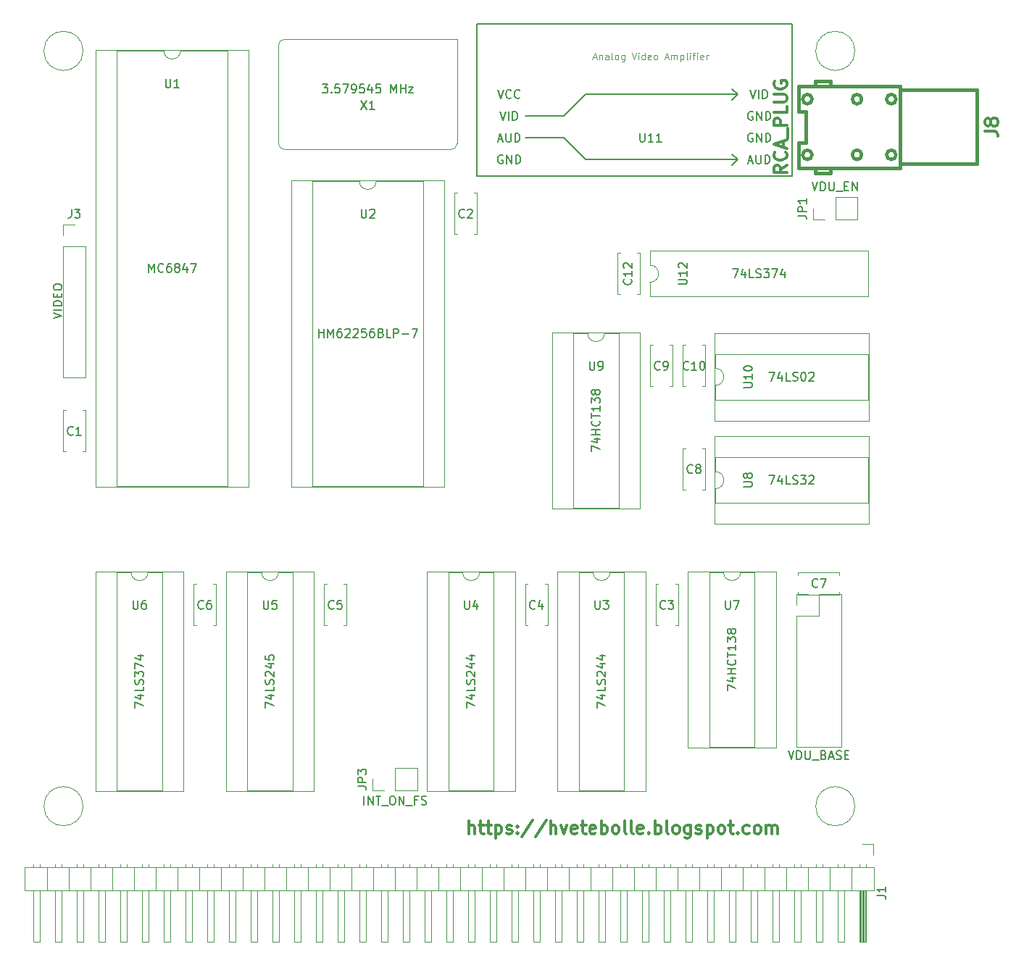
<source format=gto>
G04 #@! TF.FileFunction,Legend,Top*
%FSLAX46Y46*%
G04 Gerber Fmt 4.6, Leading zero omitted, Abs format (unit mm)*
G04 Created by KiCad (PCBNEW 4.0.7) date 12/30/18 21:16:11*
%MOMM*%
%LPD*%
G01*
G04 APERTURE LIST*
%ADD10C,0.100000*%
%ADD11C,0.300000*%
%ADD12C,0.120000*%
%ADD13C,0.381000*%
%ADD14C,0.150000*%
%ADD15C,0.304800*%
G04 APERTURE END LIST*
D10*
X119025237Y-49663333D02*
X119406189Y-49663333D01*
X118949046Y-49891905D02*
X119215713Y-49091905D01*
X119482380Y-49891905D01*
X119749046Y-49358571D02*
X119749046Y-49891905D01*
X119749046Y-49434762D02*
X119787141Y-49396667D01*
X119863332Y-49358571D01*
X119977618Y-49358571D01*
X120053808Y-49396667D01*
X120091903Y-49472857D01*
X120091903Y-49891905D01*
X120815713Y-49891905D02*
X120815713Y-49472857D01*
X120777618Y-49396667D01*
X120701428Y-49358571D01*
X120549047Y-49358571D01*
X120472856Y-49396667D01*
X120815713Y-49853810D02*
X120739523Y-49891905D01*
X120549047Y-49891905D01*
X120472856Y-49853810D01*
X120434761Y-49777619D01*
X120434761Y-49701429D01*
X120472856Y-49625238D01*
X120549047Y-49587143D01*
X120739523Y-49587143D01*
X120815713Y-49549048D01*
X121310952Y-49891905D02*
X121234761Y-49853810D01*
X121196666Y-49777619D01*
X121196666Y-49091905D01*
X121730000Y-49891905D02*
X121653809Y-49853810D01*
X121615714Y-49815714D01*
X121577619Y-49739524D01*
X121577619Y-49510952D01*
X121615714Y-49434762D01*
X121653809Y-49396667D01*
X121730000Y-49358571D01*
X121844286Y-49358571D01*
X121920476Y-49396667D01*
X121958571Y-49434762D01*
X121996667Y-49510952D01*
X121996667Y-49739524D01*
X121958571Y-49815714D01*
X121920476Y-49853810D01*
X121844286Y-49891905D01*
X121730000Y-49891905D01*
X122682381Y-49358571D02*
X122682381Y-50006190D01*
X122644286Y-50082381D01*
X122606191Y-50120476D01*
X122530000Y-50158571D01*
X122415715Y-50158571D01*
X122339524Y-50120476D01*
X122682381Y-49853810D02*
X122606191Y-49891905D01*
X122453810Y-49891905D01*
X122377619Y-49853810D01*
X122339524Y-49815714D01*
X122301429Y-49739524D01*
X122301429Y-49510952D01*
X122339524Y-49434762D01*
X122377619Y-49396667D01*
X122453810Y-49358571D01*
X122606191Y-49358571D01*
X122682381Y-49396667D01*
X123558572Y-49091905D02*
X123825239Y-49891905D01*
X124091906Y-49091905D01*
X124358572Y-49891905D02*
X124358572Y-49358571D01*
X124358572Y-49091905D02*
X124320477Y-49130000D01*
X124358572Y-49168095D01*
X124396667Y-49130000D01*
X124358572Y-49091905D01*
X124358572Y-49168095D01*
X125082381Y-49891905D02*
X125082381Y-49091905D01*
X125082381Y-49853810D02*
X125006191Y-49891905D01*
X124853810Y-49891905D01*
X124777619Y-49853810D01*
X124739524Y-49815714D01*
X124701429Y-49739524D01*
X124701429Y-49510952D01*
X124739524Y-49434762D01*
X124777619Y-49396667D01*
X124853810Y-49358571D01*
X125006191Y-49358571D01*
X125082381Y-49396667D01*
X125768096Y-49853810D02*
X125691906Y-49891905D01*
X125539525Y-49891905D01*
X125463334Y-49853810D01*
X125425239Y-49777619D01*
X125425239Y-49472857D01*
X125463334Y-49396667D01*
X125539525Y-49358571D01*
X125691906Y-49358571D01*
X125768096Y-49396667D01*
X125806191Y-49472857D01*
X125806191Y-49549048D01*
X125425239Y-49625238D01*
X126263334Y-49891905D02*
X126187143Y-49853810D01*
X126149048Y-49815714D01*
X126110953Y-49739524D01*
X126110953Y-49510952D01*
X126149048Y-49434762D01*
X126187143Y-49396667D01*
X126263334Y-49358571D01*
X126377620Y-49358571D01*
X126453810Y-49396667D01*
X126491905Y-49434762D01*
X126530001Y-49510952D01*
X126530001Y-49739524D01*
X126491905Y-49815714D01*
X126453810Y-49853810D01*
X126377620Y-49891905D01*
X126263334Y-49891905D01*
X127444287Y-49663333D02*
X127825239Y-49663333D01*
X127368096Y-49891905D02*
X127634763Y-49091905D01*
X127901430Y-49891905D01*
X128168096Y-49891905D02*
X128168096Y-49358571D01*
X128168096Y-49434762D02*
X128206191Y-49396667D01*
X128282382Y-49358571D01*
X128396668Y-49358571D01*
X128472858Y-49396667D01*
X128510953Y-49472857D01*
X128510953Y-49891905D01*
X128510953Y-49472857D02*
X128549049Y-49396667D01*
X128625239Y-49358571D01*
X128739525Y-49358571D01*
X128815715Y-49396667D01*
X128853810Y-49472857D01*
X128853810Y-49891905D01*
X129234763Y-49358571D02*
X129234763Y-50158571D01*
X129234763Y-49396667D02*
X129310954Y-49358571D01*
X129463335Y-49358571D01*
X129539525Y-49396667D01*
X129577620Y-49434762D01*
X129615716Y-49510952D01*
X129615716Y-49739524D01*
X129577620Y-49815714D01*
X129539525Y-49853810D01*
X129463335Y-49891905D01*
X129310954Y-49891905D01*
X129234763Y-49853810D01*
X130072859Y-49891905D02*
X129996668Y-49853810D01*
X129958573Y-49777619D01*
X129958573Y-49091905D01*
X130377621Y-49891905D02*
X130377621Y-49358571D01*
X130377621Y-49091905D02*
X130339526Y-49130000D01*
X130377621Y-49168095D01*
X130415716Y-49130000D01*
X130377621Y-49091905D01*
X130377621Y-49168095D01*
X130644287Y-49358571D02*
X130949049Y-49358571D01*
X130758573Y-49891905D02*
X130758573Y-49206190D01*
X130796668Y-49130000D01*
X130872859Y-49091905D01*
X130949049Y-49091905D01*
X131215716Y-49891905D02*
X131215716Y-49358571D01*
X131215716Y-49091905D02*
X131177621Y-49130000D01*
X131215716Y-49168095D01*
X131253811Y-49130000D01*
X131215716Y-49091905D01*
X131215716Y-49168095D01*
X131901430Y-49853810D02*
X131825240Y-49891905D01*
X131672859Y-49891905D01*
X131596668Y-49853810D01*
X131558573Y-49777619D01*
X131558573Y-49472857D01*
X131596668Y-49396667D01*
X131672859Y-49358571D01*
X131825240Y-49358571D01*
X131901430Y-49396667D01*
X131939525Y-49472857D01*
X131939525Y-49549048D01*
X131558573Y-49625238D01*
X132282382Y-49891905D02*
X132282382Y-49358571D01*
X132282382Y-49510952D02*
X132320477Y-49434762D01*
X132358573Y-49396667D01*
X132434763Y-49358571D01*
X132510954Y-49358571D01*
D11*
X104554999Y-140378571D02*
X104554999Y-138878571D01*
X105197856Y-140378571D02*
X105197856Y-139592857D01*
X105126427Y-139450000D01*
X104983570Y-139378571D01*
X104769285Y-139378571D01*
X104626427Y-139450000D01*
X104554999Y-139521429D01*
X105697856Y-139378571D02*
X106269285Y-139378571D01*
X105912142Y-138878571D02*
X105912142Y-140164286D01*
X105983570Y-140307143D01*
X106126428Y-140378571D01*
X106269285Y-140378571D01*
X106554999Y-139378571D02*
X107126428Y-139378571D01*
X106769285Y-138878571D02*
X106769285Y-140164286D01*
X106840713Y-140307143D01*
X106983571Y-140378571D01*
X107126428Y-140378571D01*
X107626428Y-139378571D02*
X107626428Y-140878571D01*
X107626428Y-139450000D02*
X107769285Y-139378571D01*
X108054999Y-139378571D01*
X108197856Y-139450000D01*
X108269285Y-139521429D01*
X108340714Y-139664286D01*
X108340714Y-140092857D01*
X108269285Y-140235714D01*
X108197856Y-140307143D01*
X108054999Y-140378571D01*
X107769285Y-140378571D01*
X107626428Y-140307143D01*
X108912142Y-140307143D02*
X109054999Y-140378571D01*
X109340714Y-140378571D01*
X109483571Y-140307143D01*
X109554999Y-140164286D01*
X109554999Y-140092857D01*
X109483571Y-139950000D01*
X109340714Y-139878571D01*
X109126428Y-139878571D01*
X108983571Y-139807143D01*
X108912142Y-139664286D01*
X108912142Y-139592857D01*
X108983571Y-139450000D01*
X109126428Y-139378571D01*
X109340714Y-139378571D01*
X109483571Y-139450000D01*
X110197857Y-140235714D02*
X110269285Y-140307143D01*
X110197857Y-140378571D01*
X110126428Y-140307143D01*
X110197857Y-140235714D01*
X110197857Y-140378571D01*
X110197857Y-139450000D02*
X110269285Y-139521429D01*
X110197857Y-139592857D01*
X110126428Y-139521429D01*
X110197857Y-139450000D01*
X110197857Y-139592857D01*
X111983571Y-138807143D02*
X110697857Y-140735714D01*
X113555000Y-138807143D02*
X112269286Y-140735714D01*
X114055001Y-140378571D02*
X114055001Y-138878571D01*
X114697858Y-140378571D02*
X114697858Y-139592857D01*
X114626429Y-139450000D01*
X114483572Y-139378571D01*
X114269287Y-139378571D01*
X114126429Y-139450000D01*
X114055001Y-139521429D01*
X115269287Y-139378571D02*
X115626430Y-140378571D01*
X115983572Y-139378571D01*
X117126429Y-140307143D02*
X116983572Y-140378571D01*
X116697858Y-140378571D01*
X116555001Y-140307143D01*
X116483572Y-140164286D01*
X116483572Y-139592857D01*
X116555001Y-139450000D01*
X116697858Y-139378571D01*
X116983572Y-139378571D01*
X117126429Y-139450000D01*
X117197858Y-139592857D01*
X117197858Y-139735714D01*
X116483572Y-139878571D01*
X117626429Y-139378571D02*
X118197858Y-139378571D01*
X117840715Y-138878571D02*
X117840715Y-140164286D01*
X117912143Y-140307143D01*
X118055001Y-140378571D01*
X118197858Y-140378571D01*
X119269286Y-140307143D02*
X119126429Y-140378571D01*
X118840715Y-140378571D01*
X118697858Y-140307143D01*
X118626429Y-140164286D01*
X118626429Y-139592857D01*
X118697858Y-139450000D01*
X118840715Y-139378571D01*
X119126429Y-139378571D01*
X119269286Y-139450000D01*
X119340715Y-139592857D01*
X119340715Y-139735714D01*
X118626429Y-139878571D01*
X119983572Y-140378571D02*
X119983572Y-138878571D01*
X119983572Y-139450000D02*
X120126429Y-139378571D01*
X120412143Y-139378571D01*
X120555000Y-139450000D01*
X120626429Y-139521429D01*
X120697858Y-139664286D01*
X120697858Y-140092857D01*
X120626429Y-140235714D01*
X120555000Y-140307143D01*
X120412143Y-140378571D01*
X120126429Y-140378571D01*
X119983572Y-140307143D01*
X121555001Y-140378571D02*
X121412143Y-140307143D01*
X121340715Y-140235714D01*
X121269286Y-140092857D01*
X121269286Y-139664286D01*
X121340715Y-139521429D01*
X121412143Y-139450000D01*
X121555001Y-139378571D01*
X121769286Y-139378571D01*
X121912143Y-139450000D01*
X121983572Y-139521429D01*
X122055001Y-139664286D01*
X122055001Y-140092857D01*
X121983572Y-140235714D01*
X121912143Y-140307143D01*
X121769286Y-140378571D01*
X121555001Y-140378571D01*
X122912144Y-140378571D02*
X122769286Y-140307143D01*
X122697858Y-140164286D01*
X122697858Y-138878571D01*
X123697858Y-140378571D02*
X123555000Y-140307143D01*
X123483572Y-140164286D01*
X123483572Y-138878571D01*
X124840714Y-140307143D02*
X124697857Y-140378571D01*
X124412143Y-140378571D01*
X124269286Y-140307143D01*
X124197857Y-140164286D01*
X124197857Y-139592857D01*
X124269286Y-139450000D01*
X124412143Y-139378571D01*
X124697857Y-139378571D01*
X124840714Y-139450000D01*
X124912143Y-139592857D01*
X124912143Y-139735714D01*
X124197857Y-139878571D01*
X125555000Y-140235714D02*
X125626428Y-140307143D01*
X125555000Y-140378571D01*
X125483571Y-140307143D01*
X125555000Y-140235714D01*
X125555000Y-140378571D01*
X126269286Y-140378571D02*
X126269286Y-138878571D01*
X126269286Y-139450000D02*
X126412143Y-139378571D01*
X126697857Y-139378571D01*
X126840714Y-139450000D01*
X126912143Y-139521429D01*
X126983572Y-139664286D01*
X126983572Y-140092857D01*
X126912143Y-140235714D01*
X126840714Y-140307143D01*
X126697857Y-140378571D01*
X126412143Y-140378571D01*
X126269286Y-140307143D01*
X127840715Y-140378571D02*
X127697857Y-140307143D01*
X127626429Y-140164286D01*
X127626429Y-138878571D01*
X128626429Y-140378571D02*
X128483571Y-140307143D01*
X128412143Y-140235714D01*
X128340714Y-140092857D01*
X128340714Y-139664286D01*
X128412143Y-139521429D01*
X128483571Y-139450000D01*
X128626429Y-139378571D01*
X128840714Y-139378571D01*
X128983571Y-139450000D01*
X129055000Y-139521429D01*
X129126429Y-139664286D01*
X129126429Y-140092857D01*
X129055000Y-140235714D01*
X128983571Y-140307143D01*
X128840714Y-140378571D01*
X128626429Y-140378571D01*
X130412143Y-139378571D02*
X130412143Y-140592857D01*
X130340714Y-140735714D01*
X130269286Y-140807143D01*
X130126429Y-140878571D01*
X129912143Y-140878571D01*
X129769286Y-140807143D01*
X130412143Y-140307143D02*
X130269286Y-140378571D01*
X129983572Y-140378571D01*
X129840714Y-140307143D01*
X129769286Y-140235714D01*
X129697857Y-140092857D01*
X129697857Y-139664286D01*
X129769286Y-139521429D01*
X129840714Y-139450000D01*
X129983572Y-139378571D01*
X130269286Y-139378571D01*
X130412143Y-139450000D01*
X131055000Y-140307143D02*
X131197857Y-140378571D01*
X131483572Y-140378571D01*
X131626429Y-140307143D01*
X131697857Y-140164286D01*
X131697857Y-140092857D01*
X131626429Y-139950000D01*
X131483572Y-139878571D01*
X131269286Y-139878571D01*
X131126429Y-139807143D01*
X131055000Y-139664286D01*
X131055000Y-139592857D01*
X131126429Y-139450000D01*
X131269286Y-139378571D01*
X131483572Y-139378571D01*
X131626429Y-139450000D01*
X132340715Y-139378571D02*
X132340715Y-140878571D01*
X132340715Y-139450000D02*
X132483572Y-139378571D01*
X132769286Y-139378571D01*
X132912143Y-139450000D01*
X132983572Y-139521429D01*
X133055001Y-139664286D01*
X133055001Y-140092857D01*
X132983572Y-140235714D01*
X132912143Y-140307143D01*
X132769286Y-140378571D01*
X132483572Y-140378571D01*
X132340715Y-140307143D01*
X133912144Y-140378571D02*
X133769286Y-140307143D01*
X133697858Y-140235714D01*
X133626429Y-140092857D01*
X133626429Y-139664286D01*
X133697858Y-139521429D01*
X133769286Y-139450000D01*
X133912144Y-139378571D01*
X134126429Y-139378571D01*
X134269286Y-139450000D01*
X134340715Y-139521429D01*
X134412144Y-139664286D01*
X134412144Y-140092857D01*
X134340715Y-140235714D01*
X134269286Y-140307143D01*
X134126429Y-140378571D01*
X133912144Y-140378571D01*
X134840715Y-139378571D02*
X135412144Y-139378571D01*
X135055001Y-138878571D02*
X135055001Y-140164286D01*
X135126429Y-140307143D01*
X135269287Y-140378571D01*
X135412144Y-140378571D01*
X135912144Y-140235714D02*
X135983572Y-140307143D01*
X135912144Y-140378571D01*
X135840715Y-140307143D01*
X135912144Y-140235714D01*
X135912144Y-140378571D01*
X137269287Y-140307143D02*
X137126430Y-140378571D01*
X136840716Y-140378571D01*
X136697858Y-140307143D01*
X136626430Y-140235714D01*
X136555001Y-140092857D01*
X136555001Y-139664286D01*
X136626430Y-139521429D01*
X136697858Y-139450000D01*
X136840716Y-139378571D01*
X137126430Y-139378571D01*
X137269287Y-139450000D01*
X138126430Y-140378571D02*
X137983572Y-140307143D01*
X137912144Y-140235714D01*
X137840715Y-140092857D01*
X137840715Y-139664286D01*
X137912144Y-139521429D01*
X137983572Y-139450000D01*
X138126430Y-139378571D01*
X138340715Y-139378571D01*
X138483572Y-139450000D01*
X138555001Y-139521429D01*
X138626430Y-139664286D01*
X138626430Y-140092857D01*
X138555001Y-140235714D01*
X138483572Y-140307143D01*
X138340715Y-140378571D01*
X138126430Y-140378571D01*
X139269287Y-140378571D02*
X139269287Y-139378571D01*
X139269287Y-139521429D02*
X139340715Y-139450000D01*
X139483573Y-139378571D01*
X139697858Y-139378571D01*
X139840715Y-139450000D01*
X139912144Y-139592857D01*
X139912144Y-140378571D01*
X139912144Y-139592857D02*
X139983573Y-139450000D01*
X140126430Y-139378571D01*
X140340715Y-139378571D01*
X140483573Y-139450000D01*
X140555001Y-139592857D01*
X140555001Y-140378571D01*
D12*
X59730000Y-90895000D02*
X59730000Y-95715000D01*
X57110000Y-90895000D02*
X57110000Y-95715000D01*
X59730000Y-90895000D02*
X59416000Y-90895000D01*
X57424000Y-90895000D02*
X57110000Y-90895000D01*
X59730000Y-95715000D02*
X59416000Y-95715000D01*
X57424000Y-95715000D02*
X57110000Y-95715000D01*
X105450000Y-65495000D02*
X105450000Y-70315000D01*
X102830000Y-65495000D02*
X102830000Y-70315000D01*
X105450000Y-65495000D02*
X105136000Y-65495000D01*
X103144000Y-65495000D02*
X102830000Y-65495000D01*
X105450000Y-70315000D02*
X105136000Y-70315000D01*
X103144000Y-70315000D02*
X102830000Y-70315000D01*
X128945000Y-111215000D02*
X128945000Y-116035000D01*
X126325000Y-111215000D02*
X126325000Y-116035000D01*
X128945000Y-111215000D02*
X128631000Y-111215000D01*
X126639000Y-111215000D02*
X126325000Y-111215000D01*
X128945000Y-116035000D02*
X128631000Y-116035000D01*
X126639000Y-116035000D02*
X126325000Y-116035000D01*
X113705000Y-111215000D02*
X113705000Y-116035000D01*
X111085000Y-111215000D02*
X111085000Y-116035000D01*
X113705000Y-111215000D02*
X113391000Y-111215000D01*
X111399000Y-111215000D02*
X111085000Y-111215000D01*
X113705000Y-116035000D02*
X113391000Y-116035000D01*
X111399000Y-116035000D02*
X111085000Y-116035000D01*
X90210000Y-111215000D02*
X90210000Y-116035000D01*
X87590000Y-111215000D02*
X87590000Y-116035000D01*
X90210000Y-111215000D02*
X89896000Y-111215000D01*
X87904000Y-111215000D02*
X87590000Y-111215000D01*
X90210000Y-116035000D02*
X89896000Y-116035000D01*
X87904000Y-116035000D02*
X87590000Y-116035000D01*
X74970000Y-111215000D02*
X74970000Y-116035000D01*
X72350000Y-111215000D02*
X72350000Y-116035000D01*
X74970000Y-111215000D02*
X74656000Y-111215000D01*
X72664000Y-111215000D02*
X72350000Y-111215000D01*
X74970000Y-116035000D02*
X74656000Y-116035000D01*
X72664000Y-116035000D02*
X72350000Y-116035000D01*
X142965000Y-109815000D02*
X147785000Y-109815000D01*
X142965000Y-112435000D02*
X147785000Y-112435000D01*
X142965000Y-109815000D02*
X142965000Y-110129000D01*
X142965000Y-112121000D02*
X142965000Y-112435000D01*
X147785000Y-109815000D02*
X147785000Y-110129000D01*
X147785000Y-112121000D02*
X147785000Y-112435000D01*
X132120000Y-95340000D02*
X132120000Y-100160000D01*
X129500000Y-95340000D02*
X129500000Y-100160000D01*
X132120000Y-95340000D02*
X131806000Y-95340000D01*
X129814000Y-95340000D02*
X129500000Y-95340000D01*
X132120000Y-100160000D02*
X131806000Y-100160000D01*
X129814000Y-100160000D02*
X129500000Y-100160000D01*
X128310000Y-83275000D02*
X128310000Y-88095000D01*
X125690000Y-83275000D02*
X125690000Y-88095000D01*
X128310000Y-83275000D02*
X127996000Y-83275000D01*
X126004000Y-83275000D02*
X125690000Y-83275000D01*
X128310000Y-88095000D02*
X127996000Y-88095000D01*
X126004000Y-88095000D02*
X125690000Y-88095000D01*
X132120000Y-83275000D02*
X132120000Y-88095000D01*
X129500000Y-83275000D02*
X129500000Y-88095000D01*
X132120000Y-83275000D02*
X131806000Y-83275000D01*
X129814000Y-83275000D02*
X129500000Y-83275000D01*
X132120000Y-88095000D02*
X131806000Y-88095000D01*
X129814000Y-88095000D02*
X129500000Y-88095000D01*
X151825000Y-144315000D02*
X52645000Y-144315000D01*
X52645000Y-144315000D02*
X52645000Y-146975000D01*
X52645000Y-146975000D02*
X151825000Y-146975000D01*
X151825000Y-146975000D02*
X151825000Y-144315000D01*
X150875000Y-146975000D02*
X150875000Y-152975000D01*
X150875000Y-152975000D02*
X150115000Y-152975000D01*
X150115000Y-152975000D02*
X150115000Y-146975000D01*
X150815000Y-146975000D02*
X150815000Y-152975000D01*
X150695000Y-146975000D02*
X150695000Y-152975000D01*
X150575000Y-146975000D02*
X150575000Y-152975000D01*
X150455000Y-146975000D02*
X150455000Y-152975000D01*
X150335000Y-146975000D02*
X150335000Y-152975000D01*
X150215000Y-146975000D02*
X150215000Y-152975000D01*
X150875000Y-143985000D02*
X150875000Y-144315000D01*
X150115000Y-143985000D02*
X150115000Y-144315000D01*
X149225000Y-144315000D02*
X149225000Y-146975000D01*
X148335000Y-146975000D02*
X148335000Y-152975000D01*
X148335000Y-152975000D02*
X147575000Y-152975000D01*
X147575000Y-152975000D02*
X147575000Y-146975000D01*
X148335000Y-143917929D02*
X148335000Y-144315000D01*
X147575000Y-143917929D02*
X147575000Y-144315000D01*
X146685000Y-144315000D02*
X146685000Y-146975000D01*
X145795000Y-146975000D02*
X145795000Y-152975000D01*
X145795000Y-152975000D02*
X145035000Y-152975000D01*
X145035000Y-152975000D02*
X145035000Y-146975000D01*
X145795000Y-143917929D02*
X145795000Y-144315000D01*
X145035000Y-143917929D02*
X145035000Y-144315000D01*
X144145000Y-144315000D02*
X144145000Y-146975000D01*
X143255000Y-146975000D02*
X143255000Y-152975000D01*
X143255000Y-152975000D02*
X142495000Y-152975000D01*
X142495000Y-152975000D02*
X142495000Y-146975000D01*
X143255000Y-143917929D02*
X143255000Y-144315000D01*
X142495000Y-143917929D02*
X142495000Y-144315000D01*
X141605000Y-144315000D02*
X141605000Y-146975000D01*
X140715000Y-146975000D02*
X140715000Y-152975000D01*
X140715000Y-152975000D02*
X139955000Y-152975000D01*
X139955000Y-152975000D02*
X139955000Y-146975000D01*
X140715000Y-143917929D02*
X140715000Y-144315000D01*
X139955000Y-143917929D02*
X139955000Y-144315000D01*
X139065000Y-144315000D02*
X139065000Y-146975000D01*
X138175000Y-146975000D02*
X138175000Y-152975000D01*
X138175000Y-152975000D02*
X137415000Y-152975000D01*
X137415000Y-152975000D02*
X137415000Y-146975000D01*
X138175000Y-143917929D02*
X138175000Y-144315000D01*
X137415000Y-143917929D02*
X137415000Y-144315000D01*
X136525000Y-144315000D02*
X136525000Y-146975000D01*
X135635000Y-146975000D02*
X135635000Y-152975000D01*
X135635000Y-152975000D02*
X134875000Y-152975000D01*
X134875000Y-152975000D02*
X134875000Y-146975000D01*
X135635000Y-143917929D02*
X135635000Y-144315000D01*
X134875000Y-143917929D02*
X134875000Y-144315000D01*
X133985000Y-144315000D02*
X133985000Y-146975000D01*
X133095000Y-146975000D02*
X133095000Y-152975000D01*
X133095000Y-152975000D02*
X132335000Y-152975000D01*
X132335000Y-152975000D02*
X132335000Y-146975000D01*
X133095000Y-143917929D02*
X133095000Y-144315000D01*
X132335000Y-143917929D02*
X132335000Y-144315000D01*
X131445000Y-144315000D02*
X131445000Y-146975000D01*
X130555000Y-146975000D02*
X130555000Y-152975000D01*
X130555000Y-152975000D02*
X129795000Y-152975000D01*
X129795000Y-152975000D02*
X129795000Y-146975000D01*
X130555000Y-143917929D02*
X130555000Y-144315000D01*
X129795000Y-143917929D02*
X129795000Y-144315000D01*
X128905000Y-144315000D02*
X128905000Y-146975000D01*
X128015000Y-146975000D02*
X128015000Y-152975000D01*
X128015000Y-152975000D02*
X127255000Y-152975000D01*
X127255000Y-152975000D02*
X127255000Y-146975000D01*
X128015000Y-143917929D02*
X128015000Y-144315000D01*
X127255000Y-143917929D02*
X127255000Y-144315000D01*
X126365000Y-144315000D02*
X126365000Y-146975000D01*
X125475000Y-146975000D02*
X125475000Y-152975000D01*
X125475000Y-152975000D02*
X124715000Y-152975000D01*
X124715000Y-152975000D02*
X124715000Y-146975000D01*
X125475000Y-143917929D02*
X125475000Y-144315000D01*
X124715000Y-143917929D02*
X124715000Y-144315000D01*
X123825000Y-144315000D02*
X123825000Y-146975000D01*
X122935000Y-146975000D02*
X122935000Y-152975000D01*
X122935000Y-152975000D02*
X122175000Y-152975000D01*
X122175000Y-152975000D02*
X122175000Y-146975000D01*
X122935000Y-143917929D02*
X122935000Y-144315000D01*
X122175000Y-143917929D02*
X122175000Y-144315000D01*
X121285000Y-144315000D02*
X121285000Y-146975000D01*
X120395000Y-146975000D02*
X120395000Y-152975000D01*
X120395000Y-152975000D02*
X119635000Y-152975000D01*
X119635000Y-152975000D02*
X119635000Y-146975000D01*
X120395000Y-143917929D02*
X120395000Y-144315000D01*
X119635000Y-143917929D02*
X119635000Y-144315000D01*
X118745000Y-144315000D02*
X118745000Y-146975000D01*
X117855000Y-146975000D02*
X117855000Y-152975000D01*
X117855000Y-152975000D02*
X117095000Y-152975000D01*
X117095000Y-152975000D02*
X117095000Y-146975000D01*
X117855000Y-143917929D02*
X117855000Y-144315000D01*
X117095000Y-143917929D02*
X117095000Y-144315000D01*
X116205000Y-144315000D02*
X116205000Y-146975000D01*
X115315000Y-146975000D02*
X115315000Y-152975000D01*
X115315000Y-152975000D02*
X114555000Y-152975000D01*
X114555000Y-152975000D02*
X114555000Y-146975000D01*
X115315000Y-143917929D02*
X115315000Y-144315000D01*
X114555000Y-143917929D02*
X114555000Y-144315000D01*
X113665000Y-144315000D02*
X113665000Y-146975000D01*
X112775000Y-146975000D02*
X112775000Y-152975000D01*
X112775000Y-152975000D02*
X112015000Y-152975000D01*
X112015000Y-152975000D02*
X112015000Y-146975000D01*
X112775000Y-143917929D02*
X112775000Y-144315000D01*
X112015000Y-143917929D02*
X112015000Y-144315000D01*
X111125000Y-144315000D02*
X111125000Y-146975000D01*
X110235000Y-146975000D02*
X110235000Y-152975000D01*
X110235000Y-152975000D02*
X109475000Y-152975000D01*
X109475000Y-152975000D02*
X109475000Y-146975000D01*
X110235000Y-143917929D02*
X110235000Y-144315000D01*
X109475000Y-143917929D02*
X109475000Y-144315000D01*
X108585000Y-144315000D02*
X108585000Y-146975000D01*
X107695000Y-146975000D02*
X107695000Y-152975000D01*
X107695000Y-152975000D02*
X106935000Y-152975000D01*
X106935000Y-152975000D02*
X106935000Y-146975000D01*
X107695000Y-143917929D02*
X107695000Y-144315000D01*
X106935000Y-143917929D02*
X106935000Y-144315000D01*
X106045000Y-144315000D02*
X106045000Y-146975000D01*
X105155000Y-146975000D02*
X105155000Y-152975000D01*
X105155000Y-152975000D02*
X104395000Y-152975000D01*
X104395000Y-152975000D02*
X104395000Y-146975000D01*
X105155000Y-143917929D02*
X105155000Y-144315000D01*
X104395000Y-143917929D02*
X104395000Y-144315000D01*
X103505000Y-144315000D02*
X103505000Y-146975000D01*
X102615000Y-146975000D02*
X102615000Y-152975000D01*
X102615000Y-152975000D02*
X101855000Y-152975000D01*
X101855000Y-152975000D02*
X101855000Y-146975000D01*
X102615000Y-143917929D02*
X102615000Y-144315000D01*
X101855000Y-143917929D02*
X101855000Y-144315000D01*
X100965000Y-144315000D02*
X100965000Y-146975000D01*
X100075000Y-146975000D02*
X100075000Y-152975000D01*
X100075000Y-152975000D02*
X99315000Y-152975000D01*
X99315000Y-152975000D02*
X99315000Y-146975000D01*
X100075000Y-143917929D02*
X100075000Y-144315000D01*
X99315000Y-143917929D02*
X99315000Y-144315000D01*
X98425000Y-144315000D02*
X98425000Y-146975000D01*
X97535000Y-146975000D02*
X97535000Y-152975000D01*
X97535000Y-152975000D02*
X96775000Y-152975000D01*
X96775000Y-152975000D02*
X96775000Y-146975000D01*
X97535000Y-143917929D02*
X97535000Y-144315000D01*
X96775000Y-143917929D02*
X96775000Y-144315000D01*
X95885000Y-144315000D02*
X95885000Y-146975000D01*
X94995000Y-146975000D02*
X94995000Y-152975000D01*
X94995000Y-152975000D02*
X94235000Y-152975000D01*
X94235000Y-152975000D02*
X94235000Y-146975000D01*
X94995000Y-143917929D02*
X94995000Y-144315000D01*
X94235000Y-143917929D02*
X94235000Y-144315000D01*
X93345000Y-144315000D02*
X93345000Y-146975000D01*
X92455000Y-146975000D02*
X92455000Y-152975000D01*
X92455000Y-152975000D02*
X91695000Y-152975000D01*
X91695000Y-152975000D02*
X91695000Y-146975000D01*
X92455000Y-143917929D02*
X92455000Y-144315000D01*
X91695000Y-143917929D02*
X91695000Y-144315000D01*
X90805000Y-144315000D02*
X90805000Y-146975000D01*
X89915000Y-146975000D02*
X89915000Y-152975000D01*
X89915000Y-152975000D02*
X89155000Y-152975000D01*
X89155000Y-152975000D02*
X89155000Y-146975000D01*
X89915000Y-143917929D02*
X89915000Y-144315000D01*
X89155000Y-143917929D02*
X89155000Y-144315000D01*
X88265000Y-144315000D02*
X88265000Y-146975000D01*
X87375000Y-146975000D02*
X87375000Y-152975000D01*
X87375000Y-152975000D02*
X86615000Y-152975000D01*
X86615000Y-152975000D02*
X86615000Y-146975000D01*
X87375000Y-143917929D02*
X87375000Y-144315000D01*
X86615000Y-143917929D02*
X86615000Y-144315000D01*
X85725000Y-144315000D02*
X85725000Y-146975000D01*
X84835000Y-146975000D02*
X84835000Y-152975000D01*
X84835000Y-152975000D02*
X84075000Y-152975000D01*
X84075000Y-152975000D02*
X84075000Y-146975000D01*
X84835000Y-143917929D02*
X84835000Y-144315000D01*
X84075000Y-143917929D02*
X84075000Y-144315000D01*
X83185000Y-144315000D02*
X83185000Y-146975000D01*
X82295000Y-146975000D02*
X82295000Y-152975000D01*
X82295000Y-152975000D02*
X81535000Y-152975000D01*
X81535000Y-152975000D02*
X81535000Y-146975000D01*
X82295000Y-143917929D02*
X82295000Y-144315000D01*
X81535000Y-143917929D02*
X81535000Y-144315000D01*
X80645000Y-144315000D02*
X80645000Y-146975000D01*
X79755000Y-146975000D02*
X79755000Y-152975000D01*
X79755000Y-152975000D02*
X78995000Y-152975000D01*
X78995000Y-152975000D02*
X78995000Y-146975000D01*
X79755000Y-143917929D02*
X79755000Y-144315000D01*
X78995000Y-143917929D02*
X78995000Y-144315000D01*
X78105000Y-144315000D02*
X78105000Y-146975000D01*
X77215000Y-146975000D02*
X77215000Y-152975000D01*
X77215000Y-152975000D02*
X76455000Y-152975000D01*
X76455000Y-152975000D02*
X76455000Y-146975000D01*
X77215000Y-143917929D02*
X77215000Y-144315000D01*
X76455000Y-143917929D02*
X76455000Y-144315000D01*
X75565000Y-144315000D02*
X75565000Y-146975000D01*
X74675000Y-146975000D02*
X74675000Y-152975000D01*
X74675000Y-152975000D02*
X73915000Y-152975000D01*
X73915000Y-152975000D02*
X73915000Y-146975000D01*
X74675000Y-143917929D02*
X74675000Y-144315000D01*
X73915000Y-143917929D02*
X73915000Y-144315000D01*
X73025000Y-144315000D02*
X73025000Y-146975000D01*
X72135000Y-146975000D02*
X72135000Y-152975000D01*
X72135000Y-152975000D02*
X71375000Y-152975000D01*
X71375000Y-152975000D02*
X71375000Y-146975000D01*
X72135000Y-143917929D02*
X72135000Y-144315000D01*
X71375000Y-143917929D02*
X71375000Y-144315000D01*
X70485000Y-144315000D02*
X70485000Y-146975000D01*
X69595000Y-146975000D02*
X69595000Y-152975000D01*
X69595000Y-152975000D02*
X68835000Y-152975000D01*
X68835000Y-152975000D02*
X68835000Y-146975000D01*
X69595000Y-143917929D02*
X69595000Y-144315000D01*
X68835000Y-143917929D02*
X68835000Y-144315000D01*
X67945000Y-144315000D02*
X67945000Y-146975000D01*
X67055000Y-146975000D02*
X67055000Y-152975000D01*
X67055000Y-152975000D02*
X66295000Y-152975000D01*
X66295000Y-152975000D02*
X66295000Y-146975000D01*
X67055000Y-143917929D02*
X67055000Y-144315000D01*
X66295000Y-143917929D02*
X66295000Y-144315000D01*
X65405000Y-144315000D02*
X65405000Y-146975000D01*
X64515000Y-146975000D02*
X64515000Y-152975000D01*
X64515000Y-152975000D02*
X63755000Y-152975000D01*
X63755000Y-152975000D02*
X63755000Y-146975000D01*
X64515000Y-143917929D02*
X64515000Y-144315000D01*
X63755000Y-143917929D02*
X63755000Y-144315000D01*
X62865000Y-144315000D02*
X62865000Y-146975000D01*
X61975000Y-146975000D02*
X61975000Y-152975000D01*
X61975000Y-152975000D02*
X61215000Y-152975000D01*
X61215000Y-152975000D02*
X61215000Y-146975000D01*
X61975000Y-143917929D02*
X61975000Y-144315000D01*
X61215000Y-143917929D02*
X61215000Y-144315000D01*
X60325000Y-144315000D02*
X60325000Y-146975000D01*
X59435000Y-146975000D02*
X59435000Y-152975000D01*
X59435000Y-152975000D02*
X58675000Y-152975000D01*
X58675000Y-152975000D02*
X58675000Y-146975000D01*
X59435000Y-143917929D02*
X59435000Y-144315000D01*
X58675000Y-143917929D02*
X58675000Y-144315000D01*
X57785000Y-144315000D02*
X57785000Y-146975000D01*
X56895000Y-146975000D02*
X56895000Y-152975000D01*
X56895000Y-152975000D02*
X56135000Y-152975000D01*
X56135000Y-152975000D02*
X56135000Y-146975000D01*
X56895000Y-143917929D02*
X56895000Y-144315000D01*
X56135000Y-143917929D02*
X56135000Y-144315000D01*
X55245000Y-144315000D02*
X55245000Y-146975000D01*
X54355000Y-146975000D02*
X54355000Y-152975000D01*
X54355000Y-152975000D02*
X53595000Y-152975000D01*
X53595000Y-152975000D02*
X53595000Y-146975000D01*
X54355000Y-143917929D02*
X54355000Y-144315000D01*
X53595000Y-143917929D02*
X53595000Y-144315000D01*
X150495000Y-141605000D02*
X151765000Y-141605000D01*
X151765000Y-141605000D02*
X151765000Y-142875000D01*
X59436000Y-48895000D02*
G75*
G03X59436000Y-48895000I-2286000J0D01*
G01*
X59436000Y-137160000D02*
G75*
G03X59436000Y-137160000I-2286000J0D01*
G01*
X149606000Y-137160000D02*
G75*
G03X149606000Y-137160000I-2286000J0D01*
G01*
X149606000Y-48895000D02*
G75*
G03X149606000Y-48895000I-2286000J0D01*
G01*
D13*
X144609820Y-61036200D02*
G75*
G03X144609820Y-61036200I-548640J0D01*
G01*
X144614696Y-54533800D02*
G75*
G03X144614696Y-54533800I-553516J0D01*
G01*
X154413789Y-54533800D02*
G75*
G03X154413789Y-54533800I-553289J0D01*
G01*
X154411487Y-61036200D02*
G75*
G03X154411487Y-61036200I-550987J0D01*
G01*
X150408640Y-61036200D02*
G75*
G03X150408640Y-61036200I-548640J0D01*
G01*
X150413516Y-54533800D02*
G75*
G03X150413516Y-54533800I-553516J0D01*
G01*
X154861260Y-62085220D02*
X163860480Y-62085220D01*
X163860480Y-62085220D02*
X163860480Y-53484780D01*
X163860480Y-53484780D02*
X154861260Y-53484780D01*
X144960340Y-52984400D02*
X144960340Y-52384960D01*
X144960340Y-52384960D02*
X146761200Y-52384960D01*
X146761200Y-52384960D02*
X146761200Y-52984400D01*
X144960340Y-63185040D02*
X144960340Y-62585600D01*
X146761200Y-62585600D02*
X146761200Y-63185040D01*
X146761200Y-63185040D02*
X144960340Y-63185040D01*
X143060420Y-62585600D02*
X143060420Y-59585860D01*
X143060420Y-59585860D02*
X143860520Y-59585860D01*
X143860520Y-59585860D02*
X143860520Y-55984140D01*
X143860520Y-55984140D02*
X143060420Y-55984140D01*
X143060420Y-55984140D02*
X143060420Y-52984400D01*
X154861260Y-52984400D02*
X154861260Y-62585600D01*
X154858720Y-62585600D02*
X143057880Y-62585600D01*
X143060420Y-52984400D02*
X154861260Y-52984400D01*
D12*
X149920000Y-68640000D02*
X149920000Y-65980000D01*
X147320000Y-68640000D02*
X149920000Y-68640000D01*
X147320000Y-65980000D02*
X149920000Y-65980000D01*
X147320000Y-68640000D02*
X147320000Y-65980000D01*
X146050000Y-68640000D02*
X144720000Y-68640000D01*
X144720000Y-68640000D02*
X144720000Y-67310000D01*
X98485000Y-135315000D02*
X98485000Y-132655000D01*
X95885000Y-135315000D02*
X98485000Y-135315000D01*
X95885000Y-132655000D02*
X98485000Y-132655000D01*
X95885000Y-135315000D02*
X95885000Y-132655000D01*
X94615000Y-135315000D02*
X93285000Y-135315000D01*
X93285000Y-135315000D02*
X93285000Y-133985000D01*
X70850000Y-48835000D02*
G75*
G02X68850000Y-48835000I-1000000J0D01*
G01*
X68850000Y-48835000D02*
X63390000Y-48835000D01*
X63390000Y-48835000D02*
X63390000Y-99755000D01*
X63390000Y-99755000D02*
X76310000Y-99755000D01*
X76310000Y-99755000D02*
X76310000Y-48835000D01*
X76310000Y-48835000D02*
X70850000Y-48835000D01*
X60900000Y-48775000D02*
X60900000Y-99815000D01*
X60900000Y-99815000D02*
X78800000Y-99815000D01*
X78800000Y-99815000D02*
X78800000Y-48775000D01*
X78800000Y-48775000D02*
X60900000Y-48775000D01*
X93710000Y-64075000D02*
G75*
G02X91710000Y-64075000I-1000000J0D01*
G01*
X91710000Y-64075000D02*
X86250000Y-64075000D01*
X86250000Y-64075000D02*
X86250000Y-99755000D01*
X86250000Y-99755000D02*
X99170000Y-99755000D01*
X99170000Y-99755000D02*
X99170000Y-64075000D01*
X99170000Y-64075000D02*
X93710000Y-64075000D01*
X83760000Y-64015000D02*
X83760000Y-99815000D01*
X83760000Y-99815000D02*
X101660000Y-99815000D01*
X101660000Y-99815000D02*
X101660000Y-64015000D01*
X101660000Y-64015000D02*
X83760000Y-64015000D01*
X136255000Y-109795000D02*
G75*
G02X134255000Y-109795000I-1000000J0D01*
G01*
X134255000Y-109795000D02*
X132605000Y-109795000D01*
X132605000Y-109795000D02*
X132605000Y-130235000D01*
X132605000Y-130235000D02*
X137905000Y-130235000D01*
X137905000Y-130235000D02*
X137905000Y-109795000D01*
X137905000Y-109795000D02*
X136255000Y-109795000D01*
X130115000Y-109735000D02*
X130115000Y-130295000D01*
X130115000Y-130295000D02*
X140395000Y-130295000D01*
X140395000Y-130295000D02*
X140395000Y-109735000D01*
X140395000Y-109735000D02*
X130115000Y-109735000D01*
X57090000Y-87055000D02*
X59750000Y-87055000D01*
X57090000Y-71755000D02*
X57090000Y-87055000D01*
X59750000Y-71755000D02*
X59750000Y-87055000D01*
X57090000Y-71755000D02*
X59750000Y-71755000D01*
X57090000Y-70485000D02*
X57090000Y-69155000D01*
X57090000Y-69155000D02*
X58420000Y-69155000D01*
X124500000Y-72480000D02*
X124500000Y-77300000D01*
X121880000Y-72480000D02*
X121880000Y-77300000D01*
X124500000Y-72480000D02*
X124186000Y-72480000D01*
X122194000Y-72480000D02*
X121880000Y-72480000D01*
X124500000Y-77300000D02*
X124186000Y-77300000D01*
X122194000Y-77300000D02*
X121880000Y-77300000D01*
X133290000Y-98060000D02*
G75*
G02X133290000Y-100060000I0J-1000000D01*
G01*
X133290000Y-100060000D02*
X133290000Y-101710000D01*
X133290000Y-101710000D02*
X151190000Y-101710000D01*
X151190000Y-101710000D02*
X151190000Y-96410000D01*
X151190000Y-96410000D02*
X133290000Y-96410000D01*
X133290000Y-96410000D02*
X133290000Y-98060000D01*
X133230000Y-104200000D02*
X151250000Y-104200000D01*
X151250000Y-104200000D02*
X151250000Y-93920000D01*
X151250000Y-93920000D02*
X133230000Y-93920000D01*
X133230000Y-93920000D02*
X133230000Y-104200000D01*
X120380000Y-81855000D02*
G75*
G02X118380000Y-81855000I-1000000J0D01*
G01*
X118380000Y-81855000D02*
X116730000Y-81855000D01*
X116730000Y-81855000D02*
X116730000Y-102295000D01*
X116730000Y-102295000D02*
X122030000Y-102295000D01*
X122030000Y-102295000D02*
X122030000Y-81855000D01*
X122030000Y-81855000D02*
X120380000Y-81855000D01*
X114240000Y-81795000D02*
X114240000Y-102355000D01*
X114240000Y-102355000D02*
X124520000Y-102355000D01*
X124520000Y-102355000D02*
X124520000Y-81795000D01*
X124520000Y-81795000D02*
X114240000Y-81795000D01*
X133290000Y-85995000D02*
G75*
G02X133290000Y-87995000I0J-1000000D01*
G01*
X133290000Y-87995000D02*
X133290000Y-89645000D01*
X133290000Y-89645000D02*
X151190000Y-89645000D01*
X151190000Y-89645000D02*
X151190000Y-84345000D01*
X151190000Y-84345000D02*
X133290000Y-84345000D01*
X133290000Y-84345000D02*
X133290000Y-85995000D01*
X133230000Y-92135000D02*
X151250000Y-92135000D01*
X151250000Y-92135000D02*
X151250000Y-81855000D01*
X151250000Y-81855000D02*
X133230000Y-81855000D01*
X133230000Y-81855000D02*
X133230000Y-92135000D01*
X125670000Y-73930000D02*
G75*
G02X125670000Y-75930000I0J-1000000D01*
G01*
X125670000Y-75930000D02*
X125670000Y-77580000D01*
X125670000Y-77580000D02*
X151190000Y-77580000D01*
X151190000Y-77580000D02*
X151190000Y-72280000D01*
X151190000Y-72280000D02*
X125670000Y-72280000D01*
X125670000Y-72280000D02*
X125670000Y-73930000D01*
X103160000Y-59675000D02*
X103160000Y-47525000D01*
X83010000Y-60425000D02*
X102410000Y-60425000D01*
X82260000Y-48275000D02*
X82260000Y-59675000D01*
X103160000Y-47525000D02*
X83010000Y-47525000D01*
X83010000Y-47525000D02*
G75*
G03X82260000Y-48275000I0J-750000D01*
G01*
X82260000Y-59675000D02*
G75*
G03X83010000Y-60425000I750000J0D01*
G01*
X102410000Y-60425000D02*
G75*
G03X103160000Y-59675000I0J750000D01*
G01*
D14*
X142240000Y-47625000D02*
X142240000Y-45720000D01*
X142240000Y-45720000D02*
X105410000Y-45720000D01*
X105410000Y-45720000D02*
X105410000Y-47625000D01*
X109220000Y-63500000D02*
X105410000Y-63500000D01*
X105410000Y-63500000D02*
X105410000Y-47625000D01*
X111125000Y-59055000D02*
X114935000Y-59055000D01*
X114935000Y-56515000D02*
X111125000Y-56515000D01*
X109220000Y-63500000D02*
X142240000Y-63500000D01*
X142240000Y-63500000D02*
X142240000Y-62865000D01*
X142240000Y-62865000D02*
X142240000Y-47625000D01*
X114935000Y-59055000D02*
X115570000Y-59055000D01*
X115570000Y-56515000D02*
X114935000Y-56515000D01*
X115570000Y-59055000D02*
X118110000Y-61595000D01*
X118110000Y-61595000D02*
X125730000Y-61595000D01*
X115570000Y-56515000D02*
X118110000Y-53975000D01*
X118110000Y-53975000D02*
X125730000Y-53975000D01*
X135890000Y-61595000D02*
X135255000Y-62230000D01*
X135890000Y-61595000D02*
X135255000Y-60960000D01*
X135890000Y-53975000D02*
X135255000Y-54610000D01*
X135890000Y-53975000D02*
X135255000Y-53340000D01*
X135890000Y-61595000D02*
X134620000Y-61595000D01*
X125730000Y-61595000D02*
X135890000Y-61595000D01*
X135890000Y-53975000D02*
X125730000Y-53975000D01*
D12*
X142815000Y-130235000D02*
X148015000Y-130235000D01*
X142815000Y-114935000D02*
X142815000Y-130235000D01*
X148015000Y-112335000D02*
X148015000Y-130235000D01*
X142815000Y-114935000D02*
X145415000Y-114935000D01*
X145415000Y-114935000D02*
X145415000Y-112335000D01*
X145415000Y-112335000D02*
X148015000Y-112335000D01*
X142815000Y-113665000D02*
X142815000Y-112335000D01*
X142815000Y-112335000D02*
X144145000Y-112335000D01*
X121015000Y-109795000D02*
G75*
G02X119015000Y-109795000I-1000000J0D01*
G01*
X119015000Y-109795000D02*
X117365000Y-109795000D01*
X117365000Y-109795000D02*
X117365000Y-135315000D01*
X117365000Y-135315000D02*
X122665000Y-135315000D01*
X122665000Y-135315000D02*
X122665000Y-109795000D01*
X122665000Y-109795000D02*
X121015000Y-109795000D01*
X114875000Y-109735000D02*
X114875000Y-135375000D01*
X114875000Y-135375000D02*
X125155000Y-135375000D01*
X125155000Y-135375000D02*
X125155000Y-109735000D01*
X125155000Y-109735000D02*
X114875000Y-109735000D01*
X105775000Y-109795000D02*
G75*
G02X103775000Y-109795000I-1000000J0D01*
G01*
X103775000Y-109795000D02*
X102125000Y-109795000D01*
X102125000Y-109795000D02*
X102125000Y-135315000D01*
X102125000Y-135315000D02*
X107425000Y-135315000D01*
X107425000Y-135315000D02*
X107425000Y-109795000D01*
X107425000Y-109795000D02*
X105775000Y-109795000D01*
X99635000Y-109735000D02*
X99635000Y-135375000D01*
X99635000Y-135375000D02*
X109915000Y-135375000D01*
X109915000Y-135375000D02*
X109915000Y-109735000D01*
X109915000Y-109735000D02*
X99635000Y-109735000D01*
X82280000Y-109795000D02*
G75*
G02X80280000Y-109795000I-1000000J0D01*
G01*
X80280000Y-109795000D02*
X78630000Y-109795000D01*
X78630000Y-109795000D02*
X78630000Y-135315000D01*
X78630000Y-135315000D02*
X83930000Y-135315000D01*
X83930000Y-135315000D02*
X83930000Y-109795000D01*
X83930000Y-109795000D02*
X82280000Y-109795000D01*
X76140000Y-109735000D02*
X76140000Y-135375000D01*
X76140000Y-135375000D02*
X86420000Y-135375000D01*
X86420000Y-135375000D02*
X86420000Y-109735000D01*
X86420000Y-109735000D02*
X76140000Y-109735000D01*
X67040000Y-109795000D02*
G75*
G02X65040000Y-109795000I-1000000J0D01*
G01*
X65040000Y-109795000D02*
X63390000Y-109795000D01*
X63390000Y-109795000D02*
X63390000Y-135315000D01*
X63390000Y-135315000D02*
X68690000Y-135315000D01*
X68690000Y-135315000D02*
X68690000Y-109795000D01*
X68690000Y-109795000D02*
X67040000Y-109795000D01*
X60900000Y-109735000D02*
X60900000Y-135375000D01*
X60900000Y-135375000D02*
X71180000Y-135375000D01*
X71180000Y-135375000D02*
X71180000Y-109735000D01*
X71180000Y-109735000D02*
X60900000Y-109735000D01*
D14*
X58253334Y-93702143D02*
X58205715Y-93749762D01*
X58062858Y-93797381D01*
X57967620Y-93797381D01*
X57824762Y-93749762D01*
X57729524Y-93654524D01*
X57681905Y-93559286D01*
X57634286Y-93368810D01*
X57634286Y-93225952D01*
X57681905Y-93035476D01*
X57729524Y-92940238D01*
X57824762Y-92845000D01*
X57967620Y-92797381D01*
X58062858Y-92797381D01*
X58205715Y-92845000D01*
X58253334Y-92892619D01*
X59205715Y-93797381D02*
X58634286Y-93797381D01*
X58920000Y-93797381D02*
X58920000Y-92797381D01*
X58824762Y-92940238D01*
X58729524Y-93035476D01*
X58634286Y-93083095D01*
X103973334Y-68302143D02*
X103925715Y-68349762D01*
X103782858Y-68397381D01*
X103687620Y-68397381D01*
X103544762Y-68349762D01*
X103449524Y-68254524D01*
X103401905Y-68159286D01*
X103354286Y-67968810D01*
X103354286Y-67825952D01*
X103401905Y-67635476D01*
X103449524Y-67540238D01*
X103544762Y-67445000D01*
X103687620Y-67397381D01*
X103782858Y-67397381D01*
X103925715Y-67445000D01*
X103973334Y-67492619D01*
X104354286Y-67492619D02*
X104401905Y-67445000D01*
X104497143Y-67397381D01*
X104735239Y-67397381D01*
X104830477Y-67445000D01*
X104878096Y-67492619D01*
X104925715Y-67587857D01*
X104925715Y-67683095D01*
X104878096Y-67825952D01*
X104306667Y-68397381D01*
X104925715Y-68397381D01*
X127468334Y-114022143D02*
X127420715Y-114069762D01*
X127277858Y-114117381D01*
X127182620Y-114117381D01*
X127039762Y-114069762D01*
X126944524Y-113974524D01*
X126896905Y-113879286D01*
X126849286Y-113688810D01*
X126849286Y-113545952D01*
X126896905Y-113355476D01*
X126944524Y-113260238D01*
X127039762Y-113165000D01*
X127182620Y-113117381D01*
X127277858Y-113117381D01*
X127420715Y-113165000D01*
X127468334Y-113212619D01*
X127801667Y-113117381D02*
X128420715Y-113117381D01*
X128087381Y-113498333D01*
X128230239Y-113498333D01*
X128325477Y-113545952D01*
X128373096Y-113593571D01*
X128420715Y-113688810D01*
X128420715Y-113926905D01*
X128373096Y-114022143D01*
X128325477Y-114069762D01*
X128230239Y-114117381D01*
X127944524Y-114117381D01*
X127849286Y-114069762D01*
X127801667Y-114022143D01*
X112228334Y-114022143D02*
X112180715Y-114069762D01*
X112037858Y-114117381D01*
X111942620Y-114117381D01*
X111799762Y-114069762D01*
X111704524Y-113974524D01*
X111656905Y-113879286D01*
X111609286Y-113688810D01*
X111609286Y-113545952D01*
X111656905Y-113355476D01*
X111704524Y-113260238D01*
X111799762Y-113165000D01*
X111942620Y-113117381D01*
X112037858Y-113117381D01*
X112180715Y-113165000D01*
X112228334Y-113212619D01*
X113085477Y-113450714D02*
X113085477Y-114117381D01*
X112847381Y-113069762D02*
X112609286Y-113784048D01*
X113228334Y-113784048D01*
X88733334Y-114022143D02*
X88685715Y-114069762D01*
X88542858Y-114117381D01*
X88447620Y-114117381D01*
X88304762Y-114069762D01*
X88209524Y-113974524D01*
X88161905Y-113879286D01*
X88114286Y-113688810D01*
X88114286Y-113545952D01*
X88161905Y-113355476D01*
X88209524Y-113260238D01*
X88304762Y-113165000D01*
X88447620Y-113117381D01*
X88542858Y-113117381D01*
X88685715Y-113165000D01*
X88733334Y-113212619D01*
X89638096Y-113117381D02*
X89161905Y-113117381D01*
X89114286Y-113593571D01*
X89161905Y-113545952D01*
X89257143Y-113498333D01*
X89495239Y-113498333D01*
X89590477Y-113545952D01*
X89638096Y-113593571D01*
X89685715Y-113688810D01*
X89685715Y-113926905D01*
X89638096Y-114022143D01*
X89590477Y-114069762D01*
X89495239Y-114117381D01*
X89257143Y-114117381D01*
X89161905Y-114069762D01*
X89114286Y-114022143D01*
X73493334Y-114022143D02*
X73445715Y-114069762D01*
X73302858Y-114117381D01*
X73207620Y-114117381D01*
X73064762Y-114069762D01*
X72969524Y-113974524D01*
X72921905Y-113879286D01*
X72874286Y-113688810D01*
X72874286Y-113545952D01*
X72921905Y-113355476D01*
X72969524Y-113260238D01*
X73064762Y-113165000D01*
X73207620Y-113117381D01*
X73302858Y-113117381D01*
X73445715Y-113165000D01*
X73493334Y-113212619D01*
X74350477Y-113117381D02*
X74160000Y-113117381D01*
X74064762Y-113165000D01*
X74017143Y-113212619D01*
X73921905Y-113355476D01*
X73874286Y-113545952D01*
X73874286Y-113926905D01*
X73921905Y-114022143D01*
X73969524Y-114069762D01*
X74064762Y-114117381D01*
X74255239Y-114117381D01*
X74350477Y-114069762D01*
X74398096Y-114022143D01*
X74445715Y-113926905D01*
X74445715Y-113688810D01*
X74398096Y-113593571D01*
X74350477Y-113545952D01*
X74255239Y-113498333D01*
X74064762Y-113498333D01*
X73969524Y-113545952D01*
X73921905Y-113593571D01*
X73874286Y-113688810D01*
X145248334Y-111482143D02*
X145200715Y-111529762D01*
X145057858Y-111577381D01*
X144962620Y-111577381D01*
X144819762Y-111529762D01*
X144724524Y-111434524D01*
X144676905Y-111339286D01*
X144629286Y-111148810D01*
X144629286Y-111005952D01*
X144676905Y-110815476D01*
X144724524Y-110720238D01*
X144819762Y-110625000D01*
X144962620Y-110577381D01*
X145057858Y-110577381D01*
X145200715Y-110625000D01*
X145248334Y-110672619D01*
X145581667Y-110577381D02*
X146248334Y-110577381D01*
X145819762Y-111577381D01*
X130643334Y-98147143D02*
X130595715Y-98194762D01*
X130452858Y-98242381D01*
X130357620Y-98242381D01*
X130214762Y-98194762D01*
X130119524Y-98099524D01*
X130071905Y-98004286D01*
X130024286Y-97813810D01*
X130024286Y-97670952D01*
X130071905Y-97480476D01*
X130119524Y-97385238D01*
X130214762Y-97290000D01*
X130357620Y-97242381D01*
X130452858Y-97242381D01*
X130595715Y-97290000D01*
X130643334Y-97337619D01*
X131214762Y-97670952D02*
X131119524Y-97623333D01*
X131071905Y-97575714D01*
X131024286Y-97480476D01*
X131024286Y-97432857D01*
X131071905Y-97337619D01*
X131119524Y-97290000D01*
X131214762Y-97242381D01*
X131405239Y-97242381D01*
X131500477Y-97290000D01*
X131548096Y-97337619D01*
X131595715Y-97432857D01*
X131595715Y-97480476D01*
X131548096Y-97575714D01*
X131500477Y-97623333D01*
X131405239Y-97670952D01*
X131214762Y-97670952D01*
X131119524Y-97718571D01*
X131071905Y-97766190D01*
X131024286Y-97861429D01*
X131024286Y-98051905D01*
X131071905Y-98147143D01*
X131119524Y-98194762D01*
X131214762Y-98242381D01*
X131405239Y-98242381D01*
X131500477Y-98194762D01*
X131548096Y-98147143D01*
X131595715Y-98051905D01*
X131595715Y-97861429D01*
X131548096Y-97766190D01*
X131500477Y-97718571D01*
X131405239Y-97670952D01*
X126833334Y-86082143D02*
X126785715Y-86129762D01*
X126642858Y-86177381D01*
X126547620Y-86177381D01*
X126404762Y-86129762D01*
X126309524Y-86034524D01*
X126261905Y-85939286D01*
X126214286Y-85748810D01*
X126214286Y-85605952D01*
X126261905Y-85415476D01*
X126309524Y-85320238D01*
X126404762Y-85225000D01*
X126547620Y-85177381D01*
X126642858Y-85177381D01*
X126785715Y-85225000D01*
X126833334Y-85272619D01*
X127309524Y-86177381D02*
X127500000Y-86177381D01*
X127595239Y-86129762D01*
X127642858Y-86082143D01*
X127738096Y-85939286D01*
X127785715Y-85748810D01*
X127785715Y-85367857D01*
X127738096Y-85272619D01*
X127690477Y-85225000D01*
X127595239Y-85177381D01*
X127404762Y-85177381D01*
X127309524Y-85225000D01*
X127261905Y-85272619D01*
X127214286Y-85367857D01*
X127214286Y-85605952D01*
X127261905Y-85701190D01*
X127309524Y-85748810D01*
X127404762Y-85796429D01*
X127595239Y-85796429D01*
X127690477Y-85748810D01*
X127738096Y-85701190D01*
X127785715Y-85605952D01*
X130167143Y-86082143D02*
X130119524Y-86129762D01*
X129976667Y-86177381D01*
X129881429Y-86177381D01*
X129738571Y-86129762D01*
X129643333Y-86034524D01*
X129595714Y-85939286D01*
X129548095Y-85748810D01*
X129548095Y-85605952D01*
X129595714Y-85415476D01*
X129643333Y-85320238D01*
X129738571Y-85225000D01*
X129881429Y-85177381D01*
X129976667Y-85177381D01*
X130119524Y-85225000D01*
X130167143Y-85272619D01*
X131119524Y-86177381D02*
X130548095Y-86177381D01*
X130833809Y-86177381D02*
X130833809Y-85177381D01*
X130738571Y-85320238D01*
X130643333Y-85415476D01*
X130548095Y-85463095D01*
X131738571Y-85177381D02*
X131833810Y-85177381D01*
X131929048Y-85225000D01*
X131976667Y-85272619D01*
X132024286Y-85367857D01*
X132071905Y-85558333D01*
X132071905Y-85796429D01*
X132024286Y-85986905D01*
X131976667Y-86082143D01*
X131929048Y-86129762D01*
X131833810Y-86177381D01*
X131738571Y-86177381D01*
X131643333Y-86129762D01*
X131595714Y-86082143D01*
X131548095Y-85986905D01*
X131500476Y-85796429D01*
X131500476Y-85558333D01*
X131548095Y-85367857D01*
X131595714Y-85272619D01*
X131643333Y-85225000D01*
X131738571Y-85177381D01*
X152217381Y-147593333D02*
X152931667Y-147593333D01*
X153074524Y-147640953D01*
X153169762Y-147736191D01*
X153217381Y-147879048D01*
X153217381Y-147974286D01*
X153217381Y-146593333D02*
X153217381Y-147164762D01*
X153217381Y-146879048D02*
X152217381Y-146879048D01*
X152360238Y-146974286D01*
X152455476Y-147069524D01*
X152503095Y-147164762D01*
D15*
X164824229Y-58293000D02*
X165912800Y-58293000D01*
X166130514Y-58365572D01*
X166275657Y-58510715D01*
X166348229Y-58728429D01*
X166348229Y-58873572D01*
X165477371Y-57349572D02*
X165404800Y-57494714D01*
X165332229Y-57567286D01*
X165187086Y-57639857D01*
X165114514Y-57639857D01*
X164969371Y-57567286D01*
X164896800Y-57494714D01*
X164824229Y-57349572D01*
X164824229Y-57059286D01*
X164896800Y-56914143D01*
X164969371Y-56841572D01*
X165114514Y-56769000D01*
X165187086Y-56769000D01*
X165332229Y-56841572D01*
X165404800Y-56914143D01*
X165477371Y-57059286D01*
X165477371Y-57349572D01*
X165549943Y-57494714D01*
X165622514Y-57567286D01*
X165767657Y-57639857D01*
X166057943Y-57639857D01*
X166203086Y-57567286D01*
X166275657Y-57494714D01*
X166348229Y-57349572D01*
X166348229Y-57059286D01*
X166275657Y-56914143D01*
X166203086Y-56841572D01*
X166057943Y-56769000D01*
X165767657Y-56769000D01*
X165622514Y-56841572D01*
X165549943Y-56914143D01*
X165477371Y-57059286D01*
X141659429Y-62248143D02*
X140933714Y-62756143D01*
X141659429Y-63119000D02*
X140135429Y-63119000D01*
X140135429Y-62538428D01*
X140208000Y-62393286D01*
X140280571Y-62320714D01*
X140425714Y-62248143D01*
X140643429Y-62248143D01*
X140788571Y-62320714D01*
X140861143Y-62393286D01*
X140933714Y-62538428D01*
X140933714Y-63119000D01*
X141514286Y-60724143D02*
X141586857Y-60796714D01*
X141659429Y-61014428D01*
X141659429Y-61159571D01*
X141586857Y-61377286D01*
X141441714Y-61522428D01*
X141296571Y-61595000D01*
X141006286Y-61667571D01*
X140788571Y-61667571D01*
X140498286Y-61595000D01*
X140353143Y-61522428D01*
X140208000Y-61377286D01*
X140135429Y-61159571D01*
X140135429Y-61014428D01*
X140208000Y-60796714D01*
X140280571Y-60724143D01*
X141224000Y-60143571D02*
X141224000Y-59417857D01*
X141659429Y-60288714D02*
X140135429Y-59780714D01*
X141659429Y-59272714D01*
X141804571Y-59127571D02*
X141804571Y-57966428D01*
X141659429Y-57603571D02*
X140135429Y-57603571D01*
X140135429Y-57022999D01*
X140208000Y-56877857D01*
X140280571Y-56805285D01*
X140425714Y-56732714D01*
X140643429Y-56732714D01*
X140788571Y-56805285D01*
X140861143Y-56877857D01*
X140933714Y-57022999D01*
X140933714Y-57603571D01*
X141659429Y-55353857D02*
X141659429Y-56079571D01*
X140135429Y-56079571D01*
X140135429Y-54845857D02*
X141369143Y-54845857D01*
X141514286Y-54773285D01*
X141586857Y-54700714D01*
X141659429Y-54555571D01*
X141659429Y-54265285D01*
X141586857Y-54120143D01*
X141514286Y-54047571D01*
X141369143Y-53975000D01*
X140135429Y-53975000D01*
X140208000Y-52451000D02*
X140135429Y-52596143D01*
X140135429Y-52813857D01*
X140208000Y-53031572D01*
X140353143Y-53176714D01*
X140498286Y-53249286D01*
X140788571Y-53321857D01*
X141006286Y-53321857D01*
X141296571Y-53249286D01*
X141441714Y-53176714D01*
X141586857Y-53031572D01*
X141659429Y-52813857D01*
X141659429Y-52668714D01*
X141586857Y-52451000D01*
X141514286Y-52378429D01*
X141006286Y-52378429D01*
X141006286Y-52668714D01*
D14*
X142962381Y-68143333D02*
X143676667Y-68143333D01*
X143819524Y-68190953D01*
X143914762Y-68286191D01*
X143962381Y-68429048D01*
X143962381Y-68524286D01*
X143962381Y-67667143D02*
X142962381Y-67667143D01*
X142962381Y-67286190D01*
X143010000Y-67190952D01*
X143057619Y-67143333D01*
X143152857Y-67095714D01*
X143295714Y-67095714D01*
X143390952Y-67143333D01*
X143438571Y-67190952D01*
X143486190Y-67286190D01*
X143486190Y-67667143D01*
X143962381Y-66143333D02*
X143962381Y-66714762D01*
X143962381Y-66429048D02*
X142962381Y-66429048D01*
X143105238Y-66524286D01*
X143200476Y-66619524D01*
X143248095Y-66714762D01*
X144605714Y-64222381D02*
X144939047Y-65222381D01*
X145272381Y-64222381D01*
X145605714Y-65222381D02*
X145605714Y-64222381D01*
X145843809Y-64222381D01*
X145986667Y-64270000D01*
X146081905Y-64365238D01*
X146129524Y-64460476D01*
X146177143Y-64650952D01*
X146177143Y-64793810D01*
X146129524Y-64984286D01*
X146081905Y-65079524D01*
X145986667Y-65174762D01*
X145843809Y-65222381D01*
X145605714Y-65222381D01*
X146605714Y-64222381D02*
X146605714Y-65031905D01*
X146653333Y-65127143D01*
X146700952Y-65174762D01*
X146796190Y-65222381D01*
X146986667Y-65222381D01*
X147081905Y-65174762D01*
X147129524Y-65127143D01*
X147177143Y-65031905D01*
X147177143Y-64222381D01*
X147415238Y-65317619D02*
X148177143Y-65317619D01*
X148415238Y-64698571D02*
X148748572Y-64698571D01*
X148891429Y-65222381D02*
X148415238Y-65222381D01*
X148415238Y-64222381D01*
X148891429Y-64222381D01*
X149320000Y-65222381D02*
X149320000Y-64222381D01*
X149891429Y-65222381D01*
X149891429Y-64222381D01*
X91527381Y-134818333D02*
X92241667Y-134818333D01*
X92384524Y-134865953D01*
X92479762Y-134961191D01*
X92527381Y-135104048D01*
X92527381Y-135199286D01*
X92527381Y-134342143D02*
X91527381Y-134342143D01*
X91527381Y-133961190D01*
X91575000Y-133865952D01*
X91622619Y-133818333D01*
X91717857Y-133770714D01*
X91860714Y-133770714D01*
X91955952Y-133818333D01*
X92003571Y-133865952D01*
X92051190Y-133961190D01*
X92051190Y-134342143D01*
X91527381Y-133437381D02*
X91527381Y-132818333D01*
X91908333Y-133151667D01*
X91908333Y-133008809D01*
X91955952Y-132913571D01*
X92003571Y-132865952D01*
X92098810Y-132818333D01*
X92336905Y-132818333D01*
X92432143Y-132865952D01*
X92479762Y-132913571D01*
X92527381Y-133008809D01*
X92527381Y-133294524D01*
X92479762Y-133389762D01*
X92432143Y-133437381D01*
X92265952Y-136977381D02*
X92265952Y-135977381D01*
X92742142Y-136977381D02*
X92742142Y-135977381D01*
X93313571Y-136977381D01*
X93313571Y-135977381D01*
X93646904Y-135977381D02*
X94218333Y-135977381D01*
X93932618Y-136977381D02*
X93932618Y-135977381D01*
X94313571Y-137072619D02*
X95075476Y-137072619D01*
X95504047Y-135977381D02*
X95694524Y-135977381D01*
X95789762Y-136025000D01*
X95885000Y-136120238D01*
X95932619Y-136310714D01*
X95932619Y-136644048D01*
X95885000Y-136834524D01*
X95789762Y-136929762D01*
X95694524Y-136977381D01*
X95504047Y-136977381D01*
X95408809Y-136929762D01*
X95313571Y-136834524D01*
X95265952Y-136644048D01*
X95265952Y-136310714D01*
X95313571Y-136120238D01*
X95408809Y-136025000D01*
X95504047Y-135977381D01*
X96361190Y-136977381D02*
X96361190Y-135977381D01*
X96932619Y-136977381D01*
X96932619Y-135977381D01*
X97170714Y-137072619D02*
X97932619Y-137072619D01*
X98504048Y-136453571D02*
X98170714Y-136453571D01*
X98170714Y-136977381D02*
X98170714Y-135977381D01*
X98646905Y-135977381D01*
X98980238Y-136929762D02*
X99123095Y-136977381D01*
X99361191Y-136977381D01*
X99456429Y-136929762D01*
X99504048Y-136882143D01*
X99551667Y-136786905D01*
X99551667Y-136691667D01*
X99504048Y-136596429D01*
X99456429Y-136548810D01*
X99361191Y-136501190D01*
X99170714Y-136453571D01*
X99075476Y-136405952D01*
X99027857Y-136358333D01*
X98980238Y-136263095D01*
X98980238Y-136167857D01*
X99027857Y-136072619D01*
X99075476Y-136025000D01*
X99170714Y-135977381D01*
X99408810Y-135977381D01*
X99551667Y-136025000D01*
X69088095Y-52157381D02*
X69088095Y-52966905D01*
X69135714Y-53062143D01*
X69183333Y-53109762D01*
X69278571Y-53157381D01*
X69469048Y-53157381D01*
X69564286Y-53109762D01*
X69611905Y-53062143D01*
X69659524Y-52966905D01*
X69659524Y-52157381D01*
X70659524Y-53157381D02*
X70088095Y-53157381D01*
X70373809Y-53157381D02*
X70373809Y-52157381D01*
X70278571Y-52300238D01*
X70183333Y-52395476D01*
X70088095Y-52443095D01*
X67111905Y-74747381D02*
X67111905Y-73747381D01*
X67445239Y-74461667D01*
X67778572Y-73747381D01*
X67778572Y-74747381D01*
X68826191Y-74652143D02*
X68778572Y-74699762D01*
X68635715Y-74747381D01*
X68540477Y-74747381D01*
X68397619Y-74699762D01*
X68302381Y-74604524D01*
X68254762Y-74509286D01*
X68207143Y-74318810D01*
X68207143Y-74175952D01*
X68254762Y-73985476D01*
X68302381Y-73890238D01*
X68397619Y-73795000D01*
X68540477Y-73747381D01*
X68635715Y-73747381D01*
X68778572Y-73795000D01*
X68826191Y-73842619D01*
X69683334Y-73747381D02*
X69492857Y-73747381D01*
X69397619Y-73795000D01*
X69350000Y-73842619D01*
X69254762Y-73985476D01*
X69207143Y-74175952D01*
X69207143Y-74556905D01*
X69254762Y-74652143D01*
X69302381Y-74699762D01*
X69397619Y-74747381D01*
X69588096Y-74747381D01*
X69683334Y-74699762D01*
X69730953Y-74652143D01*
X69778572Y-74556905D01*
X69778572Y-74318810D01*
X69730953Y-74223571D01*
X69683334Y-74175952D01*
X69588096Y-74128333D01*
X69397619Y-74128333D01*
X69302381Y-74175952D01*
X69254762Y-74223571D01*
X69207143Y-74318810D01*
X70350000Y-74175952D02*
X70254762Y-74128333D01*
X70207143Y-74080714D01*
X70159524Y-73985476D01*
X70159524Y-73937857D01*
X70207143Y-73842619D01*
X70254762Y-73795000D01*
X70350000Y-73747381D01*
X70540477Y-73747381D01*
X70635715Y-73795000D01*
X70683334Y-73842619D01*
X70730953Y-73937857D01*
X70730953Y-73985476D01*
X70683334Y-74080714D01*
X70635715Y-74128333D01*
X70540477Y-74175952D01*
X70350000Y-74175952D01*
X70254762Y-74223571D01*
X70207143Y-74271190D01*
X70159524Y-74366429D01*
X70159524Y-74556905D01*
X70207143Y-74652143D01*
X70254762Y-74699762D01*
X70350000Y-74747381D01*
X70540477Y-74747381D01*
X70635715Y-74699762D01*
X70683334Y-74652143D01*
X70730953Y-74556905D01*
X70730953Y-74366429D01*
X70683334Y-74271190D01*
X70635715Y-74223571D01*
X70540477Y-74175952D01*
X71588096Y-74080714D02*
X71588096Y-74747381D01*
X71350000Y-73699762D02*
X71111905Y-74414048D01*
X71730953Y-74414048D01*
X72016667Y-73747381D02*
X72683334Y-73747381D01*
X72254762Y-74747381D01*
X91948095Y-67397381D02*
X91948095Y-68206905D01*
X91995714Y-68302143D01*
X92043333Y-68349762D01*
X92138571Y-68397381D01*
X92329048Y-68397381D01*
X92424286Y-68349762D01*
X92471905Y-68302143D01*
X92519524Y-68206905D01*
X92519524Y-67397381D01*
X92948095Y-67492619D02*
X92995714Y-67445000D01*
X93090952Y-67397381D01*
X93329048Y-67397381D01*
X93424286Y-67445000D01*
X93471905Y-67492619D01*
X93519524Y-67587857D01*
X93519524Y-67683095D01*
X93471905Y-67825952D01*
X92900476Y-68397381D01*
X93519524Y-68397381D01*
X86971905Y-82367381D02*
X86971905Y-81367381D01*
X86971905Y-81843571D02*
X87543334Y-81843571D01*
X87543334Y-82367381D02*
X87543334Y-81367381D01*
X88019524Y-82367381D02*
X88019524Y-81367381D01*
X88352858Y-82081667D01*
X88686191Y-81367381D01*
X88686191Y-82367381D01*
X89590953Y-81367381D02*
X89400476Y-81367381D01*
X89305238Y-81415000D01*
X89257619Y-81462619D01*
X89162381Y-81605476D01*
X89114762Y-81795952D01*
X89114762Y-82176905D01*
X89162381Y-82272143D01*
X89210000Y-82319762D01*
X89305238Y-82367381D01*
X89495715Y-82367381D01*
X89590953Y-82319762D01*
X89638572Y-82272143D01*
X89686191Y-82176905D01*
X89686191Y-81938810D01*
X89638572Y-81843571D01*
X89590953Y-81795952D01*
X89495715Y-81748333D01*
X89305238Y-81748333D01*
X89210000Y-81795952D01*
X89162381Y-81843571D01*
X89114762Y-81938810D01*
X90067143Y-81462619D02*
X90114762Y-81415000D01*
X90210000Y-81367381D01*
X90448096Y-81367381D01*
X90543334Y-81415000D01*
X90590953Y-81462619D01*
X90638572Y-81557857D01*
X90638572Y-81653095D01*
X90590953Y-81795952D01*
X90019524Y-82367381D01*
X90638572Y-82367381D01*
X91019524Y-81462619D02*
X91067143Y-81415000D01*
X91162381Y-81367381D01*
X91400477Y-81367381D01*
X91495715Y-81415000D01*
X91543334Y-81462619D01*
X91590953Y-81557857D01*
X91590953Y-81653095D01*
X91543334Y-81795952D01*
X90971905Y-82367381D01*
X91590953Y-82367381D01*
X92495715Y-81367381D02*
X92019524Y-81367381D01*
X91971905Y-81843571D01*
X92019524Y-81795952D01*
X92114762Y-81748333D01*
X92352858Y-81748333D01*
X92448096Y-81795952D01*
X92495715Y-81843571D01*
X92543334Y-81938810D01*
X92543334Y-82176905D01*
X92495715Y-82272143D01*
X92448096Y-82319762D01*
X92352858Y-82367381D01*
X92114762Y-82367381D01*
X92019524Y-82319762D01*
X91971905Y-82272143D01*
X93400477Y-81367381D02*
X93210000Y-81367381D01*
X93114762Y-81415000D01*
X93067143Y-81462619D01*
X92971905Y-81605476D01*
X92924286Y-81795952D01*
X92924286Y-82176905D01*
X92971905Y-82272143D01*
X93019524Y-82319762D01*
X93114762Y-82367381D01*
X93305239Y-82367381D01*
X93400477Y-82319762D01*
X93448096Y-82272143D01*
X93495715Y-82176905D01*
X93495715Y-81938810D01*
X93448096Y-81843571D01*
X93400477Y-81795952D01*
X93305239Y-81748333D01*
X93114762Y-81748333D01*
X93019524Y-81795952D01*
X92971905Y-81843571D01*
X92924286Y-81938810D01*
X94257620Y-81843571D02*
X94400477Y-81891190D01*
X94448096Y-81938810D01*
X94495715Y-82034048D01*
X94495715Y-82176905D01*
X94448096Y-82272143D01*
X94400477Y-82319762D01*
X94305239Y-82367381D01*
X93924286Y-82367381D01*
X93924286Y-81367381D01*
X94257620Y-81367381D01*
X94352858Y-81415000D01*
X94400477Y-81462619D01*
X94448096Y-81557857D01*
X94448096Y-81653095D01*
X94400477Y-81748333D01*
X94352858Y-81795952D01*
X94257620Y-81843571D01*
X93924286Y-81843571D01*
X95400477Y-82367381D02*
X94924286Y-82367381D01*
X94924286Y-81367381D01*
X95733810Y-82367381D02*
X95733810Y-81367381D01*
X96114763Y-81367381D01*
X96210001Y-81415000D01*
X96257620Y-81462619D01*
X96305239Y-81557857D01*
X96305239Y-81700714D01*
X96257620Y-81795952D01*
X96210001Y-81843571D01*
X96114763Y-81891190D01*
X95733810Y-81891190D01*
X96733810Y-81986429D02*
X97495715Y-81986429D01*
X97876667Y-81367381D02*
X98543334Y-81367381D01*
X98114762Y-82367381D01*
X134493095Y-113117381D02*
X134493095Y-113926905D01*
X134540714Y-114022143D01*
X134588333Y-114069762D01*
X134683571Y-114117381D01*
X134874048Y-114117381D01*
X134969286Y-114069762D01*
X135016905Y-114022143D01*
X135064524Y-113926905D01*
X135064524Y-113117381D01*
X135445476Y-113117381D02*
X136112143Y-113117381D01*
X135683571Y-114117381D01*
X134707381Y-123657857D02*
X134707381Y-122991190D01*
X135707381Y-123419762D01*
X135040714Y-122181666D02*
X135707381Y-122181666D01*
X134659762Y-122419762D02*
X135374048Y-122657857D01*
X135374048Y-122038809D01*
X135707381Y-121657857D02*
X134707381Y-121657857D01*
X135183571Y-121657857D02*
X135183571Y-121086428D01*
X135707381Y-121086428D02*
X134707381Y-121086428D01*
X135612143Y-120038809D02*
X135659762Y-120086428D01*
X135707381Y-120229285D01*
X135707381Y-120324523D01*
X135659762Y-120467381D01*
X135564524Y-120562619D01*
X135469286Y-120610238D01*
X135278810Y-120657857D01*
X135135952Y-120657857D01*
X134945476Y-120610238D01*
X134850238Y-120562619D01*
X134755000Y-120467381D01*
X134707381Y-120324523D01*
X134707381Y-120229285D01*
X134755000Y-120086428D01*
X134802619Y-120038809D01*
X134707381Y-119753095D02*
X134707381Y-119181666D01*
X135707381Y-119467381D02*
X134707381Y-119467381D01*
X135707381Y-118324523D02*
X135707381Y-118895952D01*
X135707381Y-118610238D02*
X134707381Y-118610238D01*
X134850238Y-118705476D01*
X134945476Y-118800714D01*
X134993095Y-118895952D01*
X134707381Y-117991190D02*
X134707381Y-117372142D01*
X135088333Y-117705476D01*
X135088333Y-117562618D01*
X135135952Y-117467380D01*
X135183571Y-117419761D01*
X135278810Y-117372142D01*
X135516905Y-117372142D01*
X135612143Y-117419761D01*
X135659762Y-117467380D01*
X135707381Y-117562618D01*
X135707381Y-117848333D01*
X135659762Y-117943571D01*
X135612143Y-117991190D01*
X135135952Y-116800714D02*
X135088333Y-116895952D01*
X135040714Y-116943571D01*
X134945476Y-116991190D01*
X134897857Y-116991190D01*
X134802619Y-116943571D01*
X134755000Y-116895952D01*
X134707381Y-116800714D01*
X134707381Y-116610237D01*
X134755000Y-116514999D01*
X134802619Y-116467380D01*
X134897857Y-116419761D01*
X134945476Y-116419761D01*
X135040714Y-116467380D01*
X135088333Y-116514999D01*
X135135952Y-116610237D01*
X135135952Y-116800714D01*
X135183571Y-116895952D01*
X135231190Y-116943571D01*
X135326429Y-116991190D01*
X135516905Y-116991190D01*
X135612143Y-116943571D01*
X135659762Y-116895952D01*
X135707381Y-116800714D01*
X135707381Y-116610237D01*
X135659762Y-116514999D01*
X135612143Y-116467380D01*
X135516905Y-116419761D01*
X135326429Y-116419761D01*
X135231190Y-116467380D01*
X135183571Y-116514999D01*
X135135952Y-116610237D01*
X58086667Y-67397381D02*
X58086667Y-68111667D01*
X58039047Y-68254524D01*
X57943809Y-68349762D01*
X57800952Y-68397381D01*
X57705714Y-68397381D01*
X58467619Y-67397381D02*
X59086667Y-67397381D01*
X58753333Y-67778333D01*
X58896191Y-67778333D01*
X58991429Y-67825952D01*
X59039048Y-67873571D01*
X59086667Y-67968810D01*
X59086667Y-68206905D01*
X59039048Y-68302143D01*
X58991429Y-68349762D01*
X58896191Y-68397381D01*
X58610476Y-68397381D01*
X58515238Y-68349762D01*
X58467619Y-68302143D01*
X55967381Y-80152619D02*
X56967381Y-79819286D01*
X55967381Y-79485952D01*
X56967381Y-79152619D02*
X55967381Y-79152619D01*
X56967381Y-78676429D02*
X55967381Y-78676429D01*
X55967381Y-78438334D01*
X56015000Y-78295476D01*
X56110238Y-78200238D01*
X56205476Y-78152619D01*
X56395952Y-78105000D01*
X56538810Y-78105000D01*
X56729286Y-78152619D01*
X56824524Y-78200238D01*
X56919762Y-78295476D01*
X56967381Y-78438334D01*
X56967381Y-78676429D01*
X56443571Y-77676429D02*
X56443571Y-77343095D01*
X56967381Y-77200238D02*
X56967381Y-77676429D01*
X55967381Y-77676429D01*
X55967381Y-77200238D01*
X55967381Y-76581191D02*
X55967381Y-76390714D01*
X56015000Y-76295476D01*
X56110238Y-76200238D01*
X56300714Y-76152619D01*
X56634048Y-76152619D01*
X56824524Y-76200238D01*
X56919762Y-76295476D01*
X56967381Y-76390714D01*
X56967381Y-76581191D01*
X56919762Y-76676429D01*
X56824524Y-76771667D01*
X56634048Y-76819286D01*
X56300714Y-76819286D01*
X56110238Y-76771667D01*
X56015000Y-76676429D01*
X55967381Y-76581191D01*
X123462144Y-75572857D02*
X123509763Y-75620476D01*
X123557382Y-75763333D01*
X123557382Y-75858571D01*
X123509763Y-76001429D01*
X123414525Y-76096667D01*
X123319287Y-76144286D01*
X123128811Y-76191905D01*
X122985953Y-76191905D01*
X122795477Y-76144286D01*
X122700239Y-76096667D01*
X122605001Y-76001429D01*
X122557382Y-75858571D01*
X122557382Y-75763333D01*
X122605001Y-75620476D01*
X122652620Y-75572857D01*
X123557382Y-74620476D02*
X123557382Y-75191905D01*
X123557382Y-74906191D02*
X122557382Y-74906191D01*
X122700239Y-75001429D01*
X122795477Y-75096667D01*
X122843096Y-75191905D01*
X122652620Y-74239524D02*
X122605001Y-74191905D01*
X122557382Y-74096667D01*
X122557382Y-73858571D01*
X122605001Y-73763333D01*
X122652620Y-73715714D01*
X122747858Y-73668095D01*
X122843096Y-73668095D01*
X122985953Y-73715714D01*
X123557382Y-74287143D01*
X123557382Y-73668095D01*
X136612381Y-99821905D02*
X137421905Y-99821905D01*
X137517143Y-99774286D01*
X137564762Y-99726667D01*
X137612381Y-99631429D01*
X137612381Y-99440952D01*
X137564762Y-99345714D01*
X137517143Y-99298095D01*
X137421905Y-99250476D01*
X136612381Y-99250476D01*
X137040952Y-98631429D02*
X136993333Y-98726667D01*
X136945714Y-98774286D01*
X136850476Y-98821905D01*
X136802857Y-98821905D01*
X136707619Y-98774286D01*
X136660000Y-98726667D01*
X136612381Y-98631429D01*
X136612381Y-98440952D01*
X136660000Y-98345714D01*
X136707619Y-98298095D01*
X136802857Y-98250476D01*
X136850476Y-98250476D01*
X136945714Y-98298095D01*
X136993333Y-98345714D01*
X137040952Y-98440952D01*
X137040952Y-98631429D01*
X137088571Y-98726667D01*
X137136190Y-98774286D01*
X137231429Y-98821905D01*
X137421905Y-98821905D01*
X137517143Y-98774286D01*
X137564762Y-98726667D01*
X137612381Y-98631429D01*
X137612381Y-98440952D01*
X137564762Y-98345714D01*
X137517143Y-98298095D01*
X137421905Y-98250476D01*
X137231429Y-98250476D01*
X137136190Y-98298095D01*
X137088571Y-98345714D01*
X137040952Y-98440952D01*
X139597143Y-98512381D02*
X140263810Y-98512381D01*
X139835238Y-99512381D01*
X141073334Y-98845714D02*
X141073334Y-99512381D01*
X140835238Y-98464762D02*
X140597143Y-99179048D01*
X141216191Y-99179048D01*
X142073334Y-99512381D02*
X141597143Y-99512381D01*
X141597143Y-98512381D01*
X142359048Y-99464762D02*
X142501905Y-99512381D01*
X142740001Y-99512381D01*
X142835239Y-99464762D01*
X142882858Y-99417143D01*
X142930477Y-99321905D01*
X142930477Y-99226667D01*
X142882858Y-99131429D01*
X142835239Y-99083810D01*
X142740001Y-99036190D01*
X142549524Y-98988571D01*
X142454286Y-98940952D01*
X142406667Y-98893333D01*
X142359048Y-98798095D01*
X142359048Y-98702857D01*
X142406667Y-98607619D01*
X142454286Y-98560000D01*
X142549524Y-98512381D01*
X142787620Y-98512381D01*
X142930477Y-98560000D01*
X143263810Y-98512381D02*
X143882858Y-98512381D01*
X143549524Y-98893333D01*
X143692382Y-98893333D01*
X143787620Y-98940952D01*
X143835239Y-98988571D01*
X143882858Y-99083810D01*
X143882858Y-99321905D01*
X143835239Y-99417143D01*
X143787620Y-99464762D01*
X143692382Y-99512381D01*
X143406667Y-99512381D01*
X143311429Y-99464762D01*
X143263810Y-99417143D01*
X144263810Y-98607619D02*
X144311429Y-98560000D01*
X144406667Y-98512381D01*
X144644763Y-98512381D01*
X144740001Y-98560000D01*
X144787620Y-98607619D01*
X144835239Y-98702857D01*
X144835239Y-98798095D01*
X144787620Y-98940952D01*
X144216191Y-99512381D01*
X144835239Y-99512381D01*
X118618095Y-85177381D02*
X118618095Y-85986905D01*
X118665714Y-86082143D01*
X118713333Y-86129762D01*
X118808571Y-86177381D01*
X118999048Y-86177381D01*
X119094286Y-86129762D01*
X119141905Y-86082143D01*
X119189524Y-85986905D01*
X119189524Y-85177381D01*
X119713333Y-86177381D02*
X119903809Y-86177381D01*
X119999048Y-86129762D01*
X120046667Y-86082143D01*
X120141905Y-85939286D01*
X120189524Y-85748810D01*
X120189524Y-85367857D01*
X120141905Y-85272619D01*
X120094286Y-85225000D01*
X119999048Y-85177381D01*
X119808571Y-85177381D01*
X119713333Y-85225000D01*
X119665714Y-85272619D01*
X119618095Y-85367857D01*
X119618095Y-85605952D01*
X119665714Y-85701190D01*
X119713333Y-85748810D01*
X119808571Y-85796429D01*
X119999048Y-85796429D01*
X120094286Y-85748810D01*
X120141905Y-85701190D01*
X120189524Y-85605952D01*
X118832381Y-95717857D02*
X118832381Y-95051190D01*
X119832381Y-95479762D01*
X119165714Y-94241666D02*
X119832381Y-94241666D01*
X118784762Y-94479762D02*
X119499048Y-94717857D01*
X119499048Y-94098809D01*
X119832381Y-93717857D02*
X118832381Y-93717857D01*
X119308571Y-93717857D02*
X119308571Y-93146428D01*
X119832381Y-93146428D02*
X118832381Y-93146428D01*
X119737143Y-92098809D02*
X119784762Y-92146428D01*
X119832381Y-92289285D01*
X119832381Y-92384523D01*
X119784762Y-92527381D01*
X119689524Y-92622619D01*
X119594286Y-92670238D01*
X119403810Y-92717857D01*
X119260952Y-92717857D01*
X119070476Y-92670238D01*
X118975238Y-92622619D01*
X118880000Y-92527381D01*
X118832381Y-92384523D01*
X118832381Y-92289285D01*
X118880000Y-92146428D01*
X118927619Y-92098809D01*
X118832381Y-91813095D02*
X118832381Y-91241666D01*
X119832381Y-91527381D02*
X118832381Y-91527381D01*
X119832381Y-90384523D02*
X119832381Y-90955952D01*
X119832381Y-90670238D02*
X118832381Y-90670238D01*
X118975238Y-90765476D01*
X119070476Y-90860714D01*
X119118095Y-90955952D01*
X118832381Y-90051190D02*
X118832381Y-89432142D01*
X119213333Y-89765476D01*
X119213333Y-89622618D01*
X119260952Y-89527380D01*
X119308571Y-89479761D01*
X119403810Y-89432142D01*
X119641905Y-89432142D01*
X119737143Y-89479761D01*
X119784762Y-89527380D01*
X119832381Y-89622618D01*
X119832381Y-89908333D01*
X119784762Y-90003571D01*
X119737143Y-90051190D01*
X119260952Y-88860714D02*
X119213333Y-88955952D01*
X119165714Y-89003571D01*
X119070476Y-89051190D01*
X119022857Y-89051190D01*
X118927619Y-89003571D01*
X118880000Y-88955952D01*
X118832381Y-88860714D01*
X118832381Y-88670237D01*
X118880000Y-88574999D01*
X118927619Y-88527380D01*
X119022857Y-88479761D01*
X119070476Y-88479761D01*
X119165714Y-88527380D01*
X119213333Y-88574999D01*
X119260952Y-88670237D01*
X119260952Y-88860714D01*
X119308571Y-88955952D01*
X119356190Y-89003571D01*
X119451429Y-89051190D01*
X119641905Y-89051190D01*
X119737143Y-89003571D01*
X119784762Y-88955952D01*
X119832381Y-88860714D01*
X119832381Y-88670237D01*
X119784762Y-88574999D01*
X119737143Y-88527380D01*
X119641905Y-88479761D01*
X119451429Y-88479761D01*
X119356190Y-88527380D01*
X119308571Y-88574999D01*
X119260952Y-88670237D01*
X136612381Y-88233095D02*
X137421905Y-88233095D01*
X137517143Y-88185476D01*
X137564762Y-88137857D01*
X137612381Y-88042619D01*
X137612381Y-87852142D01*
X137564762Y-87756904D01*
X137517143Y-87709285D01*
X137421905Y-87661666D01*
X136612381Y-87661666D01*
X137612381Y-86661666D02*
X137612381Y-87233095D01*
X137612381Y-86947381D02*
X136612381Y-86947381D01*
X136755238Y-87042619D01*
X136850476Y-87137857D01*
X136898095Y-87233095D01*
X136612381Y-86042619D02*
X136612381Y-85947380D01*
X136660000Y-85852142D01*
X136707619Y-85804523D01*
X136802857Y-85756904D01*
X136993333Y-85709285D01*
X137231429Y-85709285D01*
X137421905Y-85756904D01*
X137517143Y-85804523D01*
X137564762Y-85852142D01*
X137612381Y-85947380D01*
X137612381Y-86042619D01*
X137564762Y-86137857D01*
X137517143Y-86185476D01*
X137421905Y-86233095D01*
X137231429Y-86280714D01*
X136993333Y-86280714D01*
X136802857Y-86233095D01*
X136707619Y-86185476D01*
X136660000Y-86137857D01*
X136612381Y-86042619D01*
X139597143Y-86447381D02*
X140263810Y-86447381D01*
X139835238Y-87447381D01*
X141073334Y-86780714D02*
X141073334Y-87447381D01*
X140835238Y-86399762D02*
X140597143Y-87114048D01*
X141216191Y-87114048D01*
X142073334Y-87447381D02*
X141597143Y-87447381D01*
X141597143Y-86447381D01*
X142359048Y-87399762D02*
X142501905Y-87447381D01*
X142740001Y-87447381D01*
X142835239Y-87399762D01*
X142882858Y-87352143D01*
X142930477Y-87256905D01*
X142930477Y-87161667D01*
X142882858Y-87066429D01*
X142835239Y-87018810D01*
X142740001Y-86971190D01*
X142549524Y-86923571D01*
X142454286Y-86875952D01*
X142406667Y-86828333D01*
X142359048Y-86733095D01*
X142359048Y-86637857D01*
X142406667Y-86542619D01*
X142454286Y-86495000D01*
X142549524Y-86447381D01*
X142787620Y-86447381D01*
X142930477Y-86495000D01*
X143549524Y-86447381D02*
X143644763Y-86447381D01*
X143740001Y-86495000D01*
X143787620Y-86542619D01*
X143835239Y-86637857D01*
X143882858Y-86828333D01*
X143882858Y-87066429D01*
X143835239Y-87256905D01*
X143787620Y-87352143D01*
X143740001Y-87399762D01*
X143644763Y-87447381D01*
X143549524Y-87447381D01*
X143454286Y-87399762D01*
X143406667Y-87352143D01*
X143359048Y-87256905D01*
X143311429Y-87066429D01*
X143311429Y-86828333D01*
X143359048Y-86637857D01*
X143406667Y-86542619D01*
X143454286Y-86495000D01*
X143549524Y-86447381D01*
X144263810Y-86542619D02*
X144311429Y-86495000D01*
X144406667Y-86447381D01*
X144644763Y-86447381D01*
X144740001Y-86495000D01*
X144787620Y-86542619D01*
X144835239Y-86637857D01*
X144835239Y-86733095D01*
X144787620Y-86875952D01*
X144216191Y-87447381D01*
X144835239Y-87447381D01*
X128992381Y-76168095D02*
X129801905Y-76168095D01*
X129897143Y-76120476D01*
X129944762Y-76072857D01*
X129992381Y-75977619D01*
X129992381Y-75787142D01*
X129944762Y-75691904D01*
X129897143Y-75644285D01*
X129801905Y-75596666D01*
X128992381Y-75596666D01*
X129992381Y-74596666D02*
X129992381Y-75168095D01*
X129992381Y-74882381D02*
X128992381Y-74882381D01*
X129135238Y-74977619D01*
X129230476Y-75072857D01*
X129278095Y-75168095D01*
X129087619Y-74215714D02*
X129040000Y-74168095D01*
X128992381Y-74072857D01*
X128992381Y-73834761D01*
X129040000Y-73739523D01*
X129087619Y-73691904D01*
X129182857Y-73644285D01*
X129278095Y-73644285D01*
X129420952Y-73691904D01*
X129992381Y-74263333D01*
X129992381Y-73644285D01*
X135310952Y-74382381D02*
X135977619Y-74382381D01*
X135549047Y-75382381D01*
X136787143Y-74715714D02*
X136787143Y-75382381D01*
X136549047Y-74334762D02*
X136310952Y-75049048D01*
X136930000Y-75049048D01*
X137787143Y-75382381D02*
X137310952Y-75382381D01*
X137310952Y-74382381D01*
X138072857Y-75334762D02*
X138215714Y-75382381D01*
X138453810Y-75382381D01*
X138549048Y-75334762D01*
X138596667Y-75287143D01*
X138644286Y-75191905D01*
X138644286Y-75096667D01*
X138596667Y-75001429D01*
X138549048Y-74953810D01*
X138453810Y-74906190D01*
X138263333Y-74858571D01*
X138168095Y-74810952D01*
X138120476Y-74763333D01*
X138072857Y-74668095D01*
X138072857Y-74572857D01*
X138120476Y-74477619D01*
X138168095Y-74430000D01*
X138263333Y-74382381D01*
X138501429Y-74382381D01*
X138644286Y-74430000D01*
X138977619Y-74382381D02*
X139596667Y-74382381D01*
X139263333Y-74763333D01*
X139406191Y-74763333D01*
X139501429Y-74810952D01*
X139549048Y-74858571D01*
X139596667Y-74953810D01*
X139596667Y-75191905D01*
X139549048Y-75287143D01*
X139501429Y-75334762D01*
X139406191Y-75382381D01*
X139120476Y-75382381D01*
X139025238Y-75334762D01*
X138977619Y-75287143D01*
X139930000Y-74382381D02*
X140596667Y-74382381D01*
X140168095Y-75382381D01*
X141406191Y-74715714D02*
X141406191Y-75382381D01*
X141168095Y-74334762D02*
X140930000Y-75049048D01*
X141549048Y-75049048D01*
X91900476Y-54697381D02*
X92567143Y-55697381D01*
X92567143Y-54697381D02*
X91900476Y-55697381D01*
X93471905Y-55697381D02*
X92900476Y-55697381D01*
X93186190Y-55697381D02*
X93186190Y-54697381D01*
X93090952Y-54840238D01*
X92995714Y-54935476D01*
X92900476Y-54983095D01*
X87400476Y-52792381D02*
X88019524Y-52792381D01*
X87686190Y-53173333D01*
X87829048Y-53173333D01*
X87924286Y-53220952D01*
X87971905Y-53268571D01*
X88019524Y-53363810D01*
X88019524Y-53601905D01*
X87971905Y-53697143D01*
X87924286Y-53744762D01*
X87829048Y-53792381D01*
X87543333Y-53792381D01*
X87448095Y-53744762D01*
X87400476Y-53697143D01*
X88448095Y-53697143D02*
X88495714Y-53744762D01*
X88448095Y-53792381D01*
X88400476Y-53744762D01*
X88448095Y-53697143D01*
X88448095Y-53792381D01*
X89400476Y-52792381D02*
X88924285Y-52792381D01*
X88876666Y-53268571D01*
X88924285Y-53220952D01*
X89019523Y-53173333D01*
X89257619Y-53173333D01*
X89352857Y-53220952D01*
X89400476Y-53268571D01*
X89448095Y-53363810D01*
X89448095Y-53601905D01*
X89400476Y-53697143D01*
X89352857Y-53744762D01*
X89257619Y-53792381D01*
X89019523Y-53792381D01*
X88924285Y-53744762D01*
X88876666Y-53697143D01*
X89781428Y-52792381D02*
X90448095Y-52792381D01*
X90019523Y-53792381D01*
X90876666Y-53792381D02*
X91067142Y-53792381D01*
X91162381Y-53744762D01*
X91210000Y-53697143D01*
X91305238Y-53554286D01*
X91352857Y-53363810D01*
X91352857Y-52982857D01*
X91305238Y-52887619D01*
X91257619Y-52840000D01*
X91162381Y-52792381D01*
X90971904Y-52792381D01*
X90876666Y-52840000D01*
X90829047Y-52887619D01*
X90781428Y-52982857D01*
X90781428Y-53220952D01*
X90829047Y-53316190D01*
X90876666Y-53363810D01*
X90971904Y-53411429D01*
X91162381Y-53411429D01*
X91257619Y-53363810D01*
X91305238Y-53316190D01*
X91352857Y-53220952D01*
X92257619Y-52792381D02*
X91781428Y-52792381D01*
X91733809Y-53268571D01*
X91781428Y-53220952D01*
X91876666Y-53173333D01*
X92114762Y-53173333D01*
X92210000Y-53220952D01*
X92257619Y-53268571D01*
X92305238Y-53363810D01*
X92305238Y-53601905D01*
X92257619Y-53697143D01*
X92210000Y-53744762D01*
X92114762Y-53792381D01*
X91876666Y-53792381D01*
X91781428Y-53744762D01*
X91733809Y-53697143D01*
X93162381Y-53125714D02*
X93162381Y-53792381D01*
X92924285Y-52744762D02*
X92686190Y-53459048D01*
X93305238Y-53459048D01*
X94162381Y-52792381D02*
X93686190Y-52792381D01*
X93638571Y-53268571D01*
X93686190Y-53220952D01*
X93781428Y-53173333D01*
X94019524Y-53173333D01*
X94114762Y-53220952D01*
X94162381Y-53268571D01*
X94210000Y-53363810D01*
X94210000Y-53601905D01*
X94162381Y-53697143D01*
X94114762Y-53744762D01*
X94019524Y-53792381D01*
X93781428Y-53792381D01*
X93686190Y-53744762D01*
X93638571Y-53697143D01*
X95400476Y-53792381D02*
X95400476Y-52792381D01*
X95733810Y-53506667D01*
X96067143Y-52792381D01*
X96067143Y-53792381D01*
X96543333Y-53792381D02*
X96543333Y-52792381D01*
X96543333Y-53268571D02*
X97114762Y-53268571D01*
X97114762Y-53792381D02*
X97114762Y-52792381D01*
X97495714Y-53125714D02*
X98019524Y-53125714D01*
X97495714Y-53792381D01*
X98019524Y-53792381D01*
X124491905Y-58507381D02*
X124491905Y-59316905D01*
X124539524Y-59412143D01*
X124587143Y-59459762D01*
X124682381Y-59507381D01*
X124872858Y-59507381D01*
X124968096Y-59459762D01*
X125015715Y-59412143D01*
X125063334Y-59316905D01*
X125063334Y-58507381D01*
X126063334Y-59507381D02*
X125491905Y-59507381D01*
X125777619Y-59507381D02*
X125777619Y-58507381D01*
X125682381Y-58650238D01*
X125587143Y-58745476D01*
X125491905Y-58793095D01*
X127015715Y-59507381D02*
X126444286Y-59507381D01*
X126730000Y-59507381D02*
X126730000Y-58507381D01*
X126634762Y-58650238D01*
X126539524Y-58745476D01*
X126444286Y-58793095D01*
X137668096Y-56015000D02*
X137572858Y-55967381D01*
X137430001Y-55967381D01*
X137287143Y-56015000D01*
X137191905Y-56110238D01*
X137144286Y-56205476D01*
X137096667Y-56395952D01*
X137096667Y-56538810D01*
X137144286Y-56729286D01*
X137191905Y-56824524D01*
X137287143Y-56919762D01*
X137430001Y-56967381D01*
X137525239Y-56967381D01*
X137668096Y-56919762D01*
X137715715Y-56872143D01*
X137715715Y-56538810D01*
X137525239Y-56538810D01*
X138144286Y-56967381D02*
X138144286Y-55967381D01*
X138715715Y-56967381D01*
X138715715Y-55967381D01*
X139191905Y-56967381D02*
X139191905Y-55967381D01*
X139430000Y-55967381D01*
X139572858Y-56015000D01*
X139668096Y-56110238D01*
X139715715Y-56205476D01*
X139763334Y-56395952D01*
X139763334Y-56538810D01*
X139715715Y-56729286D01*
X139668096Y-56824524D01*
X139572858Y-56919762D01*
X139430000Y-56967381D01*
X139191905Y-56967381D01*
X137668096Y-58555000D02*
X137572858Y-58507381D01*
X137430001Y-58507381D01*
X137287143Y-58555000D01*
X137191905Y-58650238D01*
X137144286Y-58745476D01*
X137096667Y-58935952D01*
X137096667Y-59078810D01*
X137144286Y-59269286D01*
X137191905Y-59364524D01*
X137287143Y-59459762D01*
X137430001Y-59507381D01*
X137525239Y-59507381D01*
X137668096Y-59459762D01*
X137715715Y-59412143D01*
X137715715Y-59078810D01*
X137525239Y-59078810D01*
X138144286Y-59507381D02*
X138144286Y-58507381D01*
X138715715Y-59507381D01*
X138715715Y-58507381D01*
X139191905Y-59507381D02*
X139191905Y-58507381D01*
X139430000Y-58507381D01*
X139572858Y-58555000D01*
X139668096Y-58650238D01*
X139715715Y-58745476D01*
X139763334Y-58935952D01*
X139763334Y-59078810D01*
X139715715Y-59269286D01*
X139668096Y-59364524D01*
X139572858Y-59459762D01*
X139430000Y-59507381D01*
X139191905Y-59507381D01*
X137168095Y-61761667D02*
X137644286Y-61761667D01*
X137072857Y-62047381D02*
X137406190Y-61047381D01*
X137739524Y-62047381D01*
X138072857Y-61047381D02*
X138072857Y-61856905D01*
X138120476Y-61952143D01*
X138168095Y-61999762D01*
X138263333Y-62047381D01*
X138453810Y-62047381D01*
X138549048Y-61999762D01*
X138596667Y-61952143D01*
X138644286Y-61856905D01*
X138644286Y-61047381D01*
X139120476Y-62047381D02*
X139120476Y-61047381D01*
X139358571Y-61047381D01*
X139501429Y-61095000D01*
X139596667Y-61190238D01*
X139644286Y-61285476D01*
X139691905Y-61475952D01*
X139691905Y-61618810D01*
X139644286Y-61809286D01*
X139596667Y-61904524D01*
X139501429Y-61999762D01*
X139358571Y-62047381D01*
X139120476Y-62047381D01*
X137358572Y-53427381D02*
X137691905Y-54427381D01*
X138025239Y-53427381D01*
X138358572Y-54427381D02*
X138358572Y-53427381D01*
X138834762Y-54427381D02*
X138834762Y-53427381D01*
X139072857Y-53427381D01*
X139215715Y-53475000D01*
X139310953Y-53570238D01*
X139358572Y-53665476D01*
X139406191Y-53855952D01*
X139406191Y-53998810D01*
X139358572Y-54189286D01*
X139310953Y-54284524D01*
X139215715Y-54379762D01*
X139072857Y-54427381D01*
X138834762Y-54427381D01*
X107958095Y-59221667D02*
X108434286Y-59221667D01*
X107862857Y-59507381D02*
X108196190Y-58507381D01*
X108529524Y-59507381D01*
X108862857Y-58507381D02*
X108862857Y-59316905D01*
X108910476Y-59412143D01*
X108958095Y-59459762D01*
X109053333Y-59507381D01*
X109243810Y-59507381D01*
X109339048Y-59459762D01*
X109386667Y-59412143D01*
X109434286Y-59316905D01*
X109434286Y-58507381D01*
X109910476Y-59507381D02*
X109910476Y-58507381D01*
X110148571Y-58507381D01*
X110291429Y-58555000D01*
X110386667Y-58650238D01*
X110434286Y-58745476D01*
X110481905Y-58935952D01*
X110481905Y-59078810D01*
X110434286Y-59269286D01*
X110386667Y-59364524D01*
X110291429Y-59459762D01*
X110148571Y-59507381D01*
X109910476Y-59507381D01*
X108148572Y-55967381D02*
X108481905Y-56967381D01*
X108815239Y-55967381D01*
X109148572Y-56967381D02*
X109148572Y-55967381D01*
X109624762Y-56967381D02*
X109624762Y-55967381D01*
X109862857Y-55967381D01*
X110005715Y-56015000D01*
X110100953Y-56110238D01*
X110148572Y-56205476D01*
X110196191Y-56395952D01*
X110196191Y-56538810D01*
X110148572Y-56729286D01*
X110100953Y-56824524D01*
X110005715Y-56919762D01*
X109862857Y-56967381D01*
X109624762Y-56967381D01*
X108458096Y-61095000D02*
X108362858Y-61047381D01*
X108220001Y-61047381D01*
X108077143Y-61095000D01*
X107981905Y-61190238D01*
X107934286Y-61285476D01*
X107886667Y-61475952D01*
X107886667Y-61618810D01*
X107934286Y-61809286D01*
X107981905Y-61904524D01*
X108077143Y-61999762D01*
X108220001Y-62047381D01*
X108315239Y-62047381D01*
X108458096Y-61999762D01*
X108505715Y-61952143D01*
X108505715Y-61618810D01*
X108315239Y-61618810D01*
X108934286Y-62047381D02*
X108934286Y-61047381D01*
X109505715Y-62047381D01*
X109505715Y-61047381D01*
X109981905Y-62047381D02*
X109981905Y-61047381D01*
X110220000Y-61047381D01*
X110362858Y-61095000D01*
X110458096Y-61190238D01*
X110505715Y-61285476D01*
X110553334Y-61475952D01*
X110553334Y-61618810D01*
X110505715Y-61809286D01*
X110458096Y-61904524D01*
X110362858Y-61999762D01*
X110220000Y-62047381D01*
X109981905Y-62047381D01*
X107886667Y-53427381D02*
X108220000Y-54427381D01*
X108553334Y-53427381D01*
X109458096Y-54332143D02*
X109410477Y-54379762D01*
X109267620Y-54427381D01*
X109172382Y-54427381D01*
X109029524Y-54379762D01*
X108934286Y-54284524D01*
X108886667Y-54189286D01*
X108839048Y-53998810D01*
X108839048Y-53855952D01*
X108886667Y-53665476D01*
X108934286Y-53570238D01*
X109029524Y-53475000D01*
X109172382Y-53427381D01*
X109267620Y-53427381D01*
X109410477Y-53475000D01*
X109458096Y-53522619D01*
X110458096Y-54332143D02*
X110410477Y-54379762D01*
X110267620Y-54427381D01*
X110172382Y-54427381D01*
X110029524Y-54379762D01*
X109934286Y-54284524D01*
X109886667Y-54189286D01*
X109839048Y-53998810D01*
X109839048Y-53855952D01*
X109886667Y-53665476D01*
X109934286Y-53570238D01*
X110029524Y-53475000D01*
X110172382Y-53427381D01*
X110267620Y-53427381D01*
X110410477Y-53475000D01*
X110458096Y-53522619D01*
X141819762Y-130687381D02*
X142153095Y-131687381D01*
X142486429Y-130687381D01*
X142819762Y-131687381D02*
X142819762Y-130687381D01*
X143057857Y-130687381D01*
X143200715Y-130735000D01*
X143295953Y-130830238D01*
X143343572Y-130925476D01*
X143391191Y-131115952D01*
X143391191Y-131258810D01*
X143343572Y-131449286D01*
X143295953Y-131544524D01*
X143200715Y-131639762D01*
X143057857Y-131687381D01*
X142819762Y-131687381D01*
X143819762Y-130687381D02*
X143819762Y-131496905D01*
X143867381Y-131592143D01*
X143915000Y-131639762D01*
X144010238Y-131687381D01*
X144200715Y-131687381D01*
X144295953Y-131639762D01*
X144343572Y-131592143D01*
X144391191Y-131496905D01*
X144391191Y-130687381D01*
X144629286Y-131782619D02*
X145391191Y-131782619D01*
X145962620Y-131163571D02*
X146105477Y-131211190D01*
X146153096Y-131258810D01*
X146200715Y-131354048D01*
X146200715Y-131496905D01*
X146153096Y-131592143D01*
X146105477Y-131639762D01*
X146010239Y-131687381D01*
X145629286Y-131687381D01*
X145629286Y-130687381D01*
X145962620Y-130687381D01*
X146057858Y-130735000D01*
X146105477Y-130782619D01*
X146153096Y-130877857D01*
X146153096Y-130973095D01*
X146105477Y-131068333D01*
X146057858Y-131115952D01*
X145962620Y-131163571D01*
X145629286Y-131163571D01*
X146581667Y-131401667D02*
X147057858Y-131401667D01*
X146486429Y-131687381D02*
X146819762Y-130687381D01*
X147153096Y-131687381D01*
X147438810Y-131639762D02*
X147581667Y-131687381D01*
X147819763Y-131687381D01*
X147915001Y-131639762D01*
X147962620Y-131592143D01*
X148010239Y-131496905D01*
X148010239Y-131401667D01*
X147962620Y-131306429D01*
X147915001Y-131258810D01*
X147819763Y-131211190D01*
X147629286Y-131163571D01*
X147534048Y-131115952D01*
X147486429Y-131068333D01*
X147438810Y-130973095D01*
X147438810Y-130877857D01*
X147486429Y-130782619D01*
X147534048Y-130735000D01*
X147629286Y-130687381D01*
X147867382Y-130687381D01*
X148010239Y-130735000D01*
X148438810Y-131163571D02*
X148772144Y-131163571D01*
X148915001Y-131687381D02*
X148438810Y-131687381D01*
X148438810Y-130687381D01*
X148915001Y-130687381D01*
X119253095Y-113117381D02*
X119253095Y-113926905D01*
X119300714Y-114022143D01*
X119348333Y-114069762D01*
X119443571Y-114117381D01*
X119634048Y-114117381D01*
X119729286Y-114069762D01*
X119776905Y-114022143D01*
X119824524Y-113926905D01*
X119824524Y-113117381D01*
X120205476Y-113117381D02*
X120824524Y-113117381D01*
X120491190Y-113498333D01*
X120634048Y-113498333D01*
X120729286Y-113545952D01*
X120776905Y-113593571D01*
X120824524Y-113688810D01*
X120824524Y-113926905D01*
X120776905Y-114022143D01*
X120729286Y-114069762D01*
X120634048Y-114117381D01*
X120348333Y-114117381D01*
X120253095Y-114069762D01*
X120205476Y-114022143D01*
X119467381Y-125674048D02*
X119467381Y-125007381D01*
X120467381Y-125435953D01*
X119800714Y-124197857D02*
X120467381Y-124197857D01*
X119419762Y-124435953D02*
X120134048Y-124674048D01*
X120134048Y-124055000D01*
X120467381Y-123197857D02*
X120467381Y-123674048D01*
X119467381Y-123674048D01*
X120419762Y-122912143D02*
X120467381Y-122769286D01*
X120467381Y-122531190D01*
X120419762Y-122435952D01*
X120372143Y-122388333D01*
X120276905Y-122340714D01*
X120181667Y-122340714D01*
X120086429Y-122388333D01*
X120038810Y-122435952D01*
X119991190Y-122531190D01*
X119943571Y-122721667D01*
X119895952Y-122816905D01*
X119848333Y-122864524D01*
X119753095Y-122912143D01*
X119657857Y-122912143D01*
X119562619Y-122864524D01*
X119515000Y-122816905D01*
X119467381Y-122721667D01*
X119467381Y-122483571D01*
X119515000Y-122340714D01*
X119562619Y-121959762D02*
X119515000Y-121912143D01*
X119467381Y-121816905D01*
X119467381Y-121578809D01*
X119515000Y-121483571D01*
X119562619Y-121435952D01*
X119657857Y-121388333D01*
X119753095Y-121388333D01*
X119895952Y-121435952D01*
X120467381Y-122007381D01*
X120467381Y-121388333D01*
X119800714Y-120531190D02*
X120467381Y-120531190D01*
X119419762Y-120769286D02*
X120134048Y-121007381D01*
X120134048Y-120388333D01*
X119800714Y-119578809D02*
X120467381Y-119578809D01*
X119419762Y-119816905D02*
X120134048Y-120055000D01*
X120134048Y-119435952D01*
X104013095Y-113117381D02*
X104013095Y-113926905D01*
X104060714Y-114022143D01*
X104108333Y-114069762D01*
X104203571Y-114117381D01*
X104394048Y-114117381D01*
X104489286Y-114069762D01*
X104536905Y-114022143D01*
X104584524Y-113926905D01*
X104584524Y-113117381D01*
X105489286Y-113450714D02*
X105489286Y-114117381D01*
X105251190Y-113069762D02*
X105013095Y-113784048D01*
X105632143Y-113784048D01*
X104227381Y-125674048D02*
X104227381Y-125007381D01*
X105227381Y-125435953D01*
X104560714Y-124197857D02*
X105227381Y-124197857D01*
X104179762Y-124435953D02*
X104894048Y-124674048D01*
X104894048Y-124055000D01*
X105227381Y-123197857D02*
X105227381Y-123674048D01*
X104227381Y-123674048D01*
X105179762Y-122912143D02*
X105227381Y-122769286D01*
X105227381Y-122531190D01*
X105179762Y-122435952D01*
X105132143Y-122388333D01*
X105036905Y-122340714D01*
X104941667Y-122340714D01*
X104846429Y-122388333D01*
X104798810Y-122435952D01*
X104751190Y-122531190D01*
X104703571Y-122721667D01*
X104655952Y-122816905D01*
X104608333Y-122864524D01*
X104513095Y-122912143D01*
X104417857Y-122912143D01*
X104322619Y-122864524D01*
X104275000Y-122816905D01*
X104227381Y-122721667D01*
X104227381Y-122483571D01*
X104275000Y-122340714D01*
X104322619Y-121959762D02*
X104275000Y-121912143D01*
X104227381Y-121816905D01*
X104227381Y-121578809D01*
X104275000Y-121483571D01*
X104322619Y-121435952D01*
X104417857Y-121388333D01*
X104513095Y-121388333D01*
X104655952Y-121435952D01*
X105227381Y-122007381D01*
X105227381Y-121388333D01*
X104560714Y-120531190D02*
X105227381Y-120531190D01*
X104179762Y-120769286D02*
X104894048Y-121007381D01*
X104894048Y-120388333D01*
X104560714Y-119578809D02*
X105227381Y-119578809D01*
X104179762Y-119816905D02*
X104894048Y-120055000D01*
X104894048Y-119435952D01*
X80518095Y-113117381D02*
X80518095Y-113926905D01*
X80565714Y-114022143D01*
X80613333Y-114069762D01*
X80708571Y-114117381D01*
X80899048Y-114117381D01*
X80994286Y-114069762D01*
X81041905Y-114022143D01*
X81089524Y-113926905D01*
X81089524Y-113117381D01*
X82041905Y-113117381D02*
X81565714Y-113117381D01*
X81518095Y-113593571D01*
X81565714Y-113545952D01*
X81660952Y-113498333D01*
X81899048Y-113498333D01*
X81994286Y-113545952D01*
X82041905Y-113593571D01*
X82089524Y-113688810D01*
X82089524Y-113926905D01*
X82041905Y-114022143D01*
X81994286Y-114069762D01*
X81899048Y-114117381D01*
X81660952Y-114117381D01*
X81565714Y-114069762D01*
X81518095Y-114022143D01*
X80732381Y-125674048D02*
X80732381Y-125007381D01*
X81732381Y-125435953D01*
X81065714Y-124197857D02*
X81732381Y-124197857D01*
X80684762Y-124435953D02*
X81399048Y-124674048D01*
X81399048Y-124055000D01*
X81732381Y-123197857D02*
X81732381Y-123674048D01*
X80732381Y-123674048D01*
X81684762Y-122912143D02*
X81732381Y-122769286D01*
X81732381Y-122531190D01*
X81684762Y-122435952D01*
X81637143Y-122388333D01*
X81541905Y-122340714D01*
X81446667Y-122340714D01*
X81351429Y-122388333D01*
X81303810Y-122435952D01*
X81256190Y-122531190D01*
X81208571Y-122721667D01*
X81160952Y-122816905D01*
X81113333Y-122864524D01*
X81018095Y-122912143D01*
X80922857Y-122912143D01*
X80827619Y-122864524D01*
X80780000Y-122816905D01*
X80732381Y-122721667D01*
X80732381Y-122483571D01*
X80780000Y-122340714D01*
X80827619Y-121959762D02*
X80780000Y-121912143D01*
X80732381Y-121816905D01*
X80732381Y-121578809D01*
X80780000Y-121483571D01*
X80827619Y-121435952D01*
X80922857Y-121388333D01*
X81018095Y-121388333D01*
X81160952Y-121435952D01*
X81732381Y-122007381D01*
X81732381Y-121388333D01*
X81065714Y-120531190D02*
X81732381Y-120531190D01*
X80684762Y-120769286D02*
X81399048Y-121007381D01*
X81399048Y-120388333D01*
X80732381Y-119531190D02*
X80732381Y-120007381D01*
X81208571Y-120055000D01*
X81160952Y-120007381D01*
X81113333Y-119912143D01*
X81113333Y-119674047D01*
X81160952Y-119578809D01*
X81208571Y-119531190D01*
X81303810Y-119483571D01*
X81541905Y-119483571D01*
X81637143Y-119531190D01*
X81684762Y-119578809D01*
X81732381Y-119674047D01*
X81732381Y-119912143D01*
X81684762Y-120007381D01*
X81637143Y-120055000D01*
X65278095Y-113117381D02*
X65278095Y-113926905D01*
X65325714Y-114022143D01*
X65373333Y-114069762D01*
X65468571Y-114117381D01*
X65659048Y-114117381D01*
X65754286Y-114069762D01*
X65801905Y-114022143D01*
X65849524Y-113926905D01*
X65849524Y-113117381D01*
X66754286Y-113117381D02*
X66563809Y-113117381D01*
X66468571Y-113165000D01*
X66420952Y-113212619D01*
X66325714Y-113355476D01*
X66278095Y-113545952D01*
X66278095Y-113926905D01*
X66325714Y-114022143D01*
X66373333Y-114069762D01*
X66468571Y-114117381D01*
X66659048Y-114117381D01*
X66754286Y-114069762D01*
X66801905Y-114022143D01*
X66849524Y-113926905D01*
X66849524Y-113688810D01*
X66801905Y-113593571D01*
X66754286Y-113545952D01*
X66659048Y-113498333D01*
X66468571Y-113498333D01*
X66373333Y-113545952D01*
X66325714Y-113593571D01*
X66278095Y-113688810D01*
X65492381Y-125674048D02*
X65492381Y-125007381D01*
X66492381Y-125435953D01*
X65825714Y-124197857D02*
X66492381Y-124197857D01*
X65444762Y-124435953D02*
X66159048Y-124674048D01*
X66159048Y-124055000D01*
X66492381Y-123197857D02*
X66492381Y-123674048D01*
X65492381Y-123674048D01*
X66444762Y-122912143D02*
X66492381Y-122769286D01*
X66492381Y-122531190D01*
X66444762Y-122435952D01*
X66397143Y-122388333D01*
X66301905Y-122340714D01*
X66206667Y-122340714D01*
X66111429Y-122388333D01*
X66063810Y-122435952D01*
X66016190Y-122531190D01*
X65968571Y-122721667D01*
X65920952Y-122816905D01*
X65873333Y-122864524D01*
X65778095Y-122912143D01*
X65682857Y-122912143D01*
X65587619Y-122864524D01*
X65540000Y-122816905D01*
X65492381Y-122721667D01*
X65492381Y-122483571D01*
X65540000Y-122340714D01*
X65492381Y-122007381D02*
X65492381Y-121388333D01*
X65873333Y-121721667D01*
X65873333Y-121578809D01*
X65920952Y-121483571D01*
X65968571Y-121435952D01*
X66063810Y-121388333D01*
X66301905Y-121388333D01*
X66397143Y-121435952D01*
X66444762Y-121483571D01*
X66492381Y-121578809D01*
X66492381Y-121864524D01*
X66444762Y-121959762D01*
X66397143Y-122007381D01*
X65492381Y-121055000D02*
X65492381Y-120388333D01*
X66492381Y-120816905D01*
X65825714Y-119578809D02*
X66492381Y-119578809D01*
X65444762Y-119816905D02*
X66159048Y-120055000D01*
X66159048Y-119435952D01*
M02*

</source>
